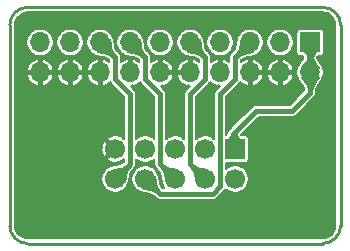
<source format=gbr>
G04 #@! TF.GenerationSoftware,KiCad,Pcbnew,(5.1.8)-1*
G04 #@! TF.CreationDate,2021-02-24T14:52:37-06:00*
G04 #@! TF.ProjectId,STLINK_Adapter,53544c49-4e4b-45f4-9164-61707465722e,rev?*
G04 #@! TF.SameCoordinates,Original*
G04 #@! TF.FileFunction,Copper,L1,Top*
G04 #@! TF.FilePolarity,Positive*
%FSLAX46Y46*%
G04 Gerber Fmt 4.6, Leading zero omitted, Abs format (unit mm)*
G04 Created by KiCad (PCBNEW (5.1.8)-1) date 2021-02-24 14:52:37*
%MOMM*%
%LPD*%
G01*
G04 APERTURE LIST*
G04 #@! TA.AperFunction,Profile*
%ADD10C,0.254000*%
G04 #@! TD*
G04 #@! TA.AperFunction,ComponentPad*
%ADD11C,1.700000*%
G04 #@! TD*
G04 #@! TA.AperFunction,ComponentPad*
%ADD12R,1.700000X1.700000*%
G04 #@! TD*
G04 #@! TA.AperFunction,ComponentPad*
%ADD13O,1.700000X1.700000*%
G04 #@! TD*
G04 #@! TA.AperFunction,ViaPad*
%ADD14C,0.600000*%
G04 #@! TD*
G04 #@! TA.AperFunction,Conductor*
%ADD15C,0.381000*%
G04 #@! TD*
G04 #@! TA.AperFunction,Conductor*
%ADD16C,0.127000*%
G04 #@! TD*
G04 #@! TA.AperFunction,Conductor*
%ADD17C,0.150000*%
G04 #@! TD*
G04 #@! TA.AperFunction,Conductor*
%ADD18C,0.025400*%
G04 #@! TD*
G04 APERTURE END LIST*
D10*
X112500000Y-90000000D02*
G75*
G02*
X114000000Y-91500000I0J-1500000D01*
G01*
X114000000Y-108500000D02*
G75*
G02*
X112500000Y-110000000I-1500000J0D01*
G01*
X87500000Y-110000000D02*
G75*
G02*
X86000000Y-108500000I0J1500000D01*
G01*
X87500000Y-110000000D02*
X112500000Y-110000000D01*
X114000000Y-91500000D02*
X114000000Y-108500000D01*
X86000000Y-91500000D02*
X86000000Y-108500000D01*
X86000000Y-91500000D02*
G75*
G02*
X87500000Y-90000000I1500000J0D01*
G01*
X87500000Y-90000000D02*
X112500000Y-90000000D01*
D11*
X94920000Y-104540000D03*
X94920000Y-102000000D03*
X97460000Y-104540000D03*
X97460000Y-102000000D03*
X100000000Y-104540000D03*
X100000000Y-102000000D03*
X102540000Y-104540000D03*
X102540000Y-102000000D03*
X105080000Y-104540000D03*
D12*
X105080000Y-102000000D03*
D13*
X88570000Y-95520000D03*
X88570000Y-92980000D03*
X91110000Y-95520000D03*
X91110000Y-92980000D03*
X93650000Y-95520000D03*
X93650000Y-92980000D03*
X96190000Y-95520000D03*
X96190000Y-92980000D03*
X98730000Y-95520000D03*
X98730000Y-92980000D03*
X101270000Y-95520000D03*
X101270000Y-92980000D03*
X103810000Y-95520000D03*
X103810000Y-92980000D03*
X106350000Y-95520000D03*
X106350000Y-92980000D03*
X108890000Y-95520000D03*
X108890000Y-92980000D03*
X111430000Y-95520000D03*
D12*
X111430000Y-92980000D03*
D14*
X87307500Y-91503572D03*
X87307500Y-97903572D03*
X87307500Y-104303572D03*
X89707500Y-108303572D03*
X90507500Y-101103572D03*
X92907500Y-105103572D03*
X93707500Y-97903572D03*
X96107500Y-108303572D03*
X97707500Y-100303572D03*
X100907500Y-106703572D03*
X102507500Y-97903572D03*
X105707500Y-108303572D03*
X107307500Y-100303572D03*
X108907500Y-105103572D03*
X112107500Y-98703572D03*
X112107500Y-108303572D03*
D15*
X94919800Y-94249800D02*
X93650000Y-92980000D01*
X94919800Y-96085742D02*
X94919800Y-94249800D01*
X96189800Y-97355742D02*
X94919800Y-96085742D01*
X96189800Y-103270200D02*
X96189800Y-97355742D01*
X94920000Y-104540000D02*
X96189800Y-103270200D01*
X97459800Y-94249800D02*
X96190000Y-92980000D01*
X97459800Y-96085742D02*
X97459800Y-94249800D01*
X98729800Y-97355742D02*
X97459800Y-96085742D01*
X98729800Y-103269800D02*
X98729800Y-97355742D01*
X100000000Y-104540000D02*
X98729800Y-103269800D01*
X102539800Y-94249800D02*
X101270000Y-92980000D01*
X102539800Y-96086142D02*
X102539800Y-94249800D01*
X101269800Y-97356142D02*
X102539800Y-96086142D01*
X101269800Y-103269800D02*
X101269800Y-97356142D01*
X102540000Y-104540000D02*
X101269800Y-103269800D01*
X105079800Y-94250200D02*
X106350000Y-92980000D01*
X105079800Y-96086142D02*
X105079800Y-94250200D01*
X103809800Y-97356142D02*
X105079800Y-96086142D01*
X103809800Y-105165140D02*
X103809800Y-97356142D01*
X103194439Y-105780501D02*
X103809800Y-105165140D01*
X98700501Y-105780501D02*
X103194439Y-105780501D01*
X97460000Y-104540000D02*
X98700501Y-105780501D01*
X111430000Y-97231000D02*
X111430000Y-95520000D01*
X109905800Y-98755200D02*
X111430000Y-97231000D01*
X106857800Y-98755200D02*
X109905800Y-98755200D01*
X105080000Y-100533000D02*
X106857800Y-98755200D01*
X105080000Y-102000000D02*
X105080000Y-100533000D01*
X111430000Y-95520000D02*
X111430000Y-92980000D01*
D16*
X112705383Y-90462750D02*
X112902941Y-90522397D01*
X113085147Y-90619278D01*
X113245072Y-90749709D01*
X113376613Y-90908716D01*
X113474768Y-91090248D01*
X113535791Y-91287381D01*
X113559500Y-91512965D01*
X113559501Y-108478443D01*
X113537250Y-108705383D01*
X113477604Y-108902939D01*
X113380722Y-109085147D01*
X113250291Y-109245072D01*
X113091284Y-109376613D01*
X112909753Y-109474767D01*
X112712619Y-109535791D01*
X112487035Y-109559500D01*
X87521547Y-109559500D01*
X87294617Y-109537250D01*
X87097061Y-109477604D01*
X86914853Y-109380722D01*
X86754928Y-109250291D01*
X86623387Y-109091284D01*
X86525233Y-108909753D01*
X86464209Y-108712619D01*
X86440500Y-108487035D01*
X86440500Y-102081273D01*
X93753698Y-102081273D01*
X93791964Y-102307246D01*
X93873580Y-102521412D01*
X93905102Y-102580386D01*
X94064163Y-102676232D01*
X94740395Y-102000000D01*
X94064163Y-101323768D01*
X93905102Y-101419614D01*
X93811376Y-101628763D01*
X93760253Y-101852178D01*
X93753698Y-102081273D01*
X86440500Y-102081273D01*
X86440500Y-95826361D01*
X87447552Y-95826361D01*
X87528888Y-96039453D01*
X87650233Y-96232583D01*
X87806924Y-96398329D01*
X87992940Y-96530321D01*
X88201132Y-96623487D01*
X88263640Y-96642442D01*
X88443000Y-96597668D01*
X88443000Y-95647000D01*
X88697000Y-95647000D01*
X88697000Y-96597668D01*
X88876360Y-96642442D01*
X88938868Y-96623487D01*
X89147060Y-96530321D01*
X89333076Y-96398329D01*
X89489767Y-96232583D01*
X89611112Y-96039453D01*
X89692448Y-95826361D01*
X89987552Y-95826361D01*
X90068888Y-96039453D01*
X90190233Y-96232583D01*
X90346924Y-96398329D01*
X90532940Y-96530321D01*
X90741132Y-96623487D01*
X90803640Y-96642442D01*
X90983000Y-96597668D01*
X90983000Y-95647000D01*
X91237000Y-95647000D01*
X91237000Y-96597668D01*
X91416360Y-96642442D01*
X91478868Y-96623487D01*
X91687060Y-96530321D01*
X91873076Y-96398329D01*
X92029767Y-96232583D01*
X92151112Y-96039453D01*
X92232448Y-95826361D01*
X92527552Y-95826361D01*
X92608888Y-96039453D01*
X92730233Y-96232583D01*
X92886924Y-96398329D01*
X93072940Y-96530321D01*
X93281132Y-96623487D01*
X93343640Y-96642442D01*
X93523000Y-96597668D01*
X93523000Y-95647000D01*
X92571821Y-95647000D01*
X92527552Y-95826361D01*
X92232448Y-95826361D01*
X92188179Y-95647000D01*
X91237000Y-95647000D01*
X90983000Y-95647000D01*
X90031821Y-95647000D01*
X89987552Y-95826361D01*
X89692448Y-95826361D01*
X89648179Y-95647000D01*
X88697000Y-95647000D01*
X88443000Y-95647000D01*
X87491821Y-95647000D01*
X87447552Y-95826361D01*
X86440500Y-95826361D01*
X86440500Y-95213639D01*
X87447552Y-95213639D01*
X87491821Y-95393000D01*
X88443000Y-95393000D01*
X88443000Y-94442332D01*
X88697000Y-94442332D01*
X88697000Y-95393000D01*
X89648179Y-95393000D01*
X89692448Y-95213639D01*
X89987552Y-95213639D01*
X90031821Y-95393000D01*
X90983000Y-95393000D01*
X90983000Y-94442332D01*
X91237000Y-94442332D01*
X91237000Y-95393000D01*
X92188179Y-95393000D01*
X92232448Y-95213639D01*
X92527552Y-95213639D01*
X92571821Y-95393000D01*
X93523000Y-95393000D01*
X93523000Y-94442332D01*
X93343640Y-94397558D01*
X93281132Y-94416513D01*
X93072940Y-94509679D01*
X92886924Y-94641671D01*
X92730233Y-94807417D01*
X92608888Y-95000547D01*
X92527552Y-95213639D01*
X92232448Y-95213639D01*
X92151112Y-95000547D01*
X92029767Y-94807417D01*
X91873076Y-94641671D01*
X91687060Y-94509679D01*
X91478868Y-94416513D01*
X91416360Y-94397558D01*
X91237000Y-94442332D01*
X90983000Y-94442332D01*
X90803640Y-94397558D01*
X90741132Y-94416513D01*
X90532940Y-94509679D01*
X90346924Y-94641671D01*
X90190233Y-94807417D01*
X90068888Y-95000547D01*
X89987552Y-95213639D01*
X89692448Y-95213639D01*
X89611112Y-95000547D01*
X89489767Y-94807417D01*
X89333076Y-94641671D01*
X89147060Y-94509679D01*
X88938868Y-94416513D01*
X88876360Y-94397558D01*
X88697000Y-94442332D01*
X88443000Y-94442332D01*
X88263640Y-94397558D01*
X88201132Y-94416513D01*
X87992940Y-94509679D01*
X87806924Y-94641671D01*
X87650233Y-94807417D01*
X87528888Y-95000547D01*
X87447552Y-95213639D01*
X86440500Y-95213639D01*
X86440500Y-92865405D01*
X87406500Y-92865405D01*
X87406500Y-93094595D01*
X87451212Y-93319381D01*
X87538919Y-93531124D01*
X87666250Y-93721688D01*
X87828312Y-93883750D01*
X88018876Y-94011081D01*
X88230619Y-94098788D01*
X88455405Y-94143500D01*
X88684595Y-94143500D01*
X88909381Y-94098788D01*
X89121124Y-94011081D01*
X89311688Y-93883750D01*
X89473750Y-93721688D01*
X89601081Y-93531124D01*
X89688788Y-93319381D01*
X89733500Y-93094595D01*
X89733500Y-92865405D01*
X89946500Y-92865405D01*
X89946500Y-93094595D01*
X89991212Y-93319381D01*
X90078919Y-93531124D01*
X90206250Y-93721688D01*
X90368312Y-93883750D01*
X90558876Y-94011081D01*
X90770619Y-94098788D01*
X90995405Y-94143500D01*
X91224595Y-94143500D01*
X91449381Y-94098788D01*
X91661124Y-94011081D01*
X91851688Y-93883750D01*
X92013750Y-93721688D01*
X92141081Y-93531124D01*
X92228788Y-93319381D01*
X92273500Y-93094595D01*
X92273500Y-92865405D01*
X92486500Y-92865405D01*
X92486500Y-93094595D01*
X92531212Y-93319381D01*
X92618919Y-93531124D01*
X92746250Y-93721688D01*
X92908312Y-93883750D01*
X93098876Y-94011081D01*
X93310619Y-94098788D01*
X93372937Y-94111184D01*
X93447452Y-94133852D01*
X93469593Y-94139713D01*
X93619756Y-94173646D01*
X93635846Y-94176842D01*
X93772273Y-94200248D01*
X93777691Y-94201128D01*
X93899714Y-94219870D01*
X94003622Y-94238866D01*
X94091984Y-94262190D01*
X94174531Y-94294599D01*
X94262779Y-94343640D01*
X94365882Y-94419477D01*
X94415801Y-94465160D01*
X94415801Y-94644553D01*
X94413076Y-94641671D01*
X94227060Y-94509679D01*
X94018868Y-94416513D01*
X93956360Y-94397558D01*
X93777000Y-94442332D01*
X93777000Y-95393000D01*
X93797000Y-95393000D01*
X93797000Y-95647000D01*
X93777000Y-95647000D01*
X93777000Y-96597668D01*
X93956360Y-96642442D01*
X94018868Y-96623487D01*
X94227060Y-96530321D01*
X94413076Y-96398329D01*
X94478444Y-96329184D01*
X94498712Y-96367104D01*
X94561694Y-96443848D01*
X94580927Y-96459632D01*
X95685801Y-97564507D01*
X95685800Y-101112836D01*
X95656678Y-101083714D01*
X95596231Y-101144161D01*
X95500386Y-100985102D01*
X95291237Y-100891376D01*
X95067822Y-100840253D01*
X94838727Y-100833698D01*
X94612754Y-100871964D01*
X94398588Y-100953580D01*
X94339614Y-100985102D01*
X94243768Y-101144163D01*
X94920000Y-101820395D01*
X94934143Y-101806253D01*
X95113748Y-101985858D01*
X95099605Y-102000000D01*
X95113748Y-102014143D01*
X94934143Y-102193748D01*
X94920000Y-102179605D01*
X94243768Y-102855837D01*
X94339614Y-103014898D01*
X94548763Y-103108624D01*
X94772178Y-103159747D01*
X95001273Y-103166302D01*
X95227246Y-103128036D01*
X95441412Y-103046420D01*
X95500386Y-103014898D01*
X95596231Y-102855839D01*
X95656678Y-102916286D01*
X95685800Y-102887164D01*
X95685800Y-103054839D01*
X95635877Y-103100525D01*
X95532779Y-103176359D01*
X95444531Y-103225400D01*
X95361984Y-103257809D01*
X95273622Y-103281133D01*
X95169714Y-103300129D01*
X95047691Y-103318871D01*
X95042273Y-103319751D01*
X94905846Y-103343157D01*
X94889756Y-103346353D01*
X94739593Y-103380286D01*
X94717451Y-103386148D01*
X94642938Y-103408816D01*
X94580619Y-103421212D01*
X94368876Y-103508919D01*
X94178312Y-103636250D01*
X94016250Y-103798312D01*
X93888919Y-103988876D01*
X93801212Y-104200619D01*
X93756500Y-104425405D01*
X93756500Y-104654595D01*
X93801212Y-104879381D01*
X93888919Y-105091124D01*
X94016250Y-105281688D01*
X94178312Y-105443750D01*
X94368876Y-105571081D01*
X94580619Y-105658788D01*
X94805405Y-105703500D01*
X95034595Y-105703500D01*
X95259381Y-105658788D01*
X95471124Y-105571081D01*
X95661688Y-105443750D01*
X95823750Y-105281688D01*
X95951081Y-105091124D01*
X96038788Y-104879381D01*
X96051184Y-104817059D01*
X96073852Y-104742546D01*
X96079713Y-104720406D01*
X96113646Y-104570243D01*
X96116842Y-104554153D01*
X96140248Y-104417726D01*
X96141128Y-104412308D01*
X96159870Y-104290285D01*
X96178866Y-104186377D01*
X96202190Y-104098015D01*
X96234599Y-104015468D01*
X96283640Y-103927220D01*
X96359477Y-103824117D01*
X96476294Y-103696470D01*
X96528678Y-103644086D01*
X96547906Y-103628306D01*
X96610888Y-103551562D01*
X96657688Y-103464005D01*
X96686507Y-103369001D01*
X96693800Y-103294954D01*
X96693800Y-103294952D01*
X96696238Y-103270201D01*
X96693800Y-103245450D01*
X96693800Y-102879238D01*
X96718312Y-102903750D01*
X96908876Y-103031081D01*
X97120619Y-103118788D01*
X97345405Y-103163500D01*
X97574595Y-103163500D01*
X97799381Y-103118788D01*
X98011124Y-103031081D01*
X98201688Y-102903750D01*
X98225800Y-102879638D01*
X98225800Y-103245046D01*
X98223362Y-103269800D01*
X98233093Y-103368601D01*
X98233215Y-103369002D01*
X98261912Y-103463604D01*
X98308712Y-103551162D01*
X98371694Y-103627906D01*
X98390927Y-103643690D01*
X98443696Y-103696459D01*
X98560522Y-103824117D01*
X98636359Y-103927220D01*
X98685400Y-104015468D01*
X98717809Y-104098015D01*
X98741133Y-104186377D01*
X98760129Y-104290285D01*
X98778871Y-104412308D01*
X98779751Y-104417726D01*
X98803157Y-104554153D01*
X98806353Y-104570243D01*
X98840286Y-104720406D01*
X98846148Y-104742548D01*
X98868816Y-104817060D01*
X98881212Y-104879381D01*
X98968919Y-105091124D01*
X99092784Y-105276501D01*
X98918346Y-105276501D01*
X98899477Y-105255882D01*
X98823640Y-105152779D01*
X98774599Y-105064531D01*
X98742190Y-104981984D01*
X98718866Y-104893622D01*
X98699870Y-104789714D01*
X98681128Y-104667691D01*
X98680248Y-104662273D01*
X98656842Y-104525846D01*
X98653646Y-104509756D01*
X98619713Y-104359593D01*
X98613852Y-104337452D01*
X98591184Y-104262937D01*
X98578788Y-104200619D01*
X98491081Y-103988876D01*
X98363750Y-103798312D01*
X98201688Y-103636250D01*
X98011124Y-103508919D01*
X97799381Y-103421212D01*
X97574595Y-103376500D01*
X97345405Y-103376500D01*
X97120619Y-103421212D01*
X96908876Y-103508919D01*
X96718312Y-103636250D01*
X96556250Y-103798312D01*
X96428919Y-103988876D01*
X96341212Y-104200619D01*
X96296500Y-104425405D01*
X96296500Y-104654595D01*
X96341212Y-104879381D01*
X96428919Y-105091124D01*
X96556250Y-105281688D01*
X96718312Y-105443750D01*
X96908876Y-105571081D01*
X97120619Y-105658788D01*
X97182937Y-105671184D01*
X97257452Y-105693852D01*
X97279593Y-105699713D01*
X97429756Y-105733646D01*
X97445846Y-105736842D01*
X97582273Y-105760248D01*
X97587691Y-105761128D01*
X97709714Y-105779870D01*
X97813622Y-105798866D01*
X97901984Y-105822190D01*
X97984531Y-105854599D01*
X98072779Y-105903640D01*
X98175882Y-105979477D01*
X98303531Y-106096295D01*
X98326615Y-106119379D01*
X98342395Y-106138607D01*
X98419139Y-106201589D01*
X98506696Y-106248389D01*
X98601700Y-106277208D01*
X98675747Y-106284501D01*
X98675749Y-106284501D01*
X98700500Y-106286939D01*
X98725251Y-106284501D01*
X103169685Y-106284501D01*
X103194439Y-106286939D01*
X103293240Y-106277208D01*
X103293243Y-106277207D01*
X103388244Y-106248389D01*
X103475801Y-106201589D01*
X103552545Y-106138607D01*
X103568329Y-106119374D01*
X104148678Y-105539026D01*
X104167906Y-105523246D01*
X104230888Y-105446502D01*
X104269265Y-105374703D01*
X104338312Y-105443750D01*
X104528876Y-105571081D01*
X104740619Y-105658788D01*
X104965405Y-105703500D01*
X105194595Y-105703500D01*
X105419381Y-105658788D01*
X105631124Y-105571081D01*
X105821688Y-105443750D01*
X105983750Y-105281688D01*
X106111081Y-105091124D01*
X106198788Y-104879381D01*
X106243500Y-104654595D01*
X106243500Y-104425405D01*
X106198788Y-104200619D01*
X106111081Y-103988876D01*
X105983750Y-103798312D01*
X105821688Y-103636250D01*
X105631124Y-103508919D01*
X105419381Y-103421212D01*
X105194595Y-103376500D01*
X104965405Y-103376500D01*
X104740619Y-103421212D01*
X104528876Y-103508919D01*
X104338312Y-103636250D01*
X104313800Y-103660762D01*
X104313800Y-103165016D01*
X105930000Y-103165016D01*
X105991457Y-103158963D01*
X106050551Y-103141037D01*
X106105014Y-103111926D01*
X106152750Y-103072750D01*
X106191926Y-103025014D01*
X106221037Y-102970551D01*
X106238963Y-102911457D01*
X106245016Y-102850000D01*
X106245016Y-101150000D01*
X106238963Y-101088543D01*
X106221037Y-101029449D01*
X106191926Y-100974986D01*
X106152750Y-100927250D01*
X106105014Y-100888074D01*
X106050551Y-100858963D01*
X105991457Y-100841037D01*
X105930000Y-100834984D01*
X105596035Y-100834984D01*
X105584000Y-100818474D01*
X105584000Y-100749508D01*
X105613829Y-100711934D01*
X107066564Y-99259200D01*
X109881046Y-99259200D01*
X109905800Y-99261638D01*
X110004601Y-99251907D01*
X110099605Y-99223088D01*
X110187162Y-99176288D01*
X110263906Y-99113306D01*
X110279690Y-99094073D01*
X111768878Y-97604886D01*
X111788106Y-97589106D01*
X111851088Y-97512362D01*
X111897888Y-97424805D01*
X111926707Y-97329801D01*
X111934000Y-97255754D01*
X111934000Y-97255752D01*
X111936438Y-97231001D01*
X111934327Y-97209568D01*
X111941659Y-97044064D01*
X111960937Y-96917548D01*
X111988665Y-96820454D01*
X112024110Y-96739183D01*
X112070106Y-96660197D01*
X112130140Y-96573303D01*
X112203176Y-96473760D01*
X112206384Y-96469307D01*
X112286302Y-96356288D01*
X112295420Y-96342650D01*
X112377607Y-96212474D01*
X112389118Y-96192675D01*
X112425779Y-96123958D01*
X112461081Y-96071124D01*
X112548788Y-95859381D01*
X112593500Y-95634595D01*
X112593500Y-95405405D01*
X112548788Y-95180619D01*
X112461081Y-94968876D01*
X112425777Y-94916040D01*
X112389118Y-94847325D01*
X112377607Y-94827525D01*
X112295420Y-94697349D01*
X112286302Y-94683711D01*
X112206384Y-94570692D01*
X112203176Y-94566239D01*
X112130140Y-94466696D01*
X112070106Y-94379802D01*
X112024110Y-94300816D01*
X112001947Y-94250000D01*
X112024110Y-94199183D01*
X112055653Y-94145016D01*
X112280000Y-94145016D01*
X112341457Y-94138963D01*
X112400551Y-94121037D01*
X112455014Y-94091926D01*
X112502750Y-94052750D01*
X112541926Y-94005014D01*
X112571037Y-93950551D01*
X112588963Y-93891457D01*
X112595016Y-93830000D01*
X112595016Y-92130000D01*
X112588963Y-92068543D01*
X112571037Y-92009449D01*
X112541926Y-91954986D01*
X112502750Y-91907250D01*
X112455014Y-91868074D01*
X112400551Y-91838963D01*
X112341457Y-91821037D01*
X112280000Y-91814984D01*
X110580000Y-91814984D01*
X110518543Y-91821037D01*
X110459449Y-91838963D01*
X110404986Y-91868074D01*
X110357250Y-91907250D01*
X110318074Y-91954986D01*
X110288963Y-92009449D01*
X110271037Y-92068543D01*
X110264984Y-92130000D01*
X110264984Y-93830000D01*
X110271037Y-93891457D01*
X110288963Y-93950551D01*
X110318074Y-94005014D01*
X110357250Y-94052750D01*
X110404986Y-94091926D01*
X110459449Y-94121037D01*
X110518543Y-94138963D01*
X110580000Y-94145016D01*
X110804346Y-94145016D01*
X110835889Y-94199183D01*
X110858052Y-94250000D01*
X110835889Y-94300816D01*
X110789893Y-94379802D01*
X110729859Y-94466696D01*
X110656823Y-94566239D01*
X110653615Y-94570692D01*
X110573697Y-94683711D01*
X110564579Y-94697349D01*
X110482392Y-94827525D01*
X110470880Y-94847326D01*
X110434218Y-94916048D01*
X110398919Y-94968876D01*
X110311212Y-95180619D01*
X110266500Y-95405405D01*
X110266500Y-95634595D01*
X110311212Y-95859381D01*
X110398919Y-96071124D01*
X110434221Y-96123958D01*
X110470881Y-96192674D01*
X110482392Y-96212474D01*
X110564579Y-96342650D01*
X110573697Y-96356288D01*
X110653615Y-96469307D01*
X110656823Y-96473760D01*
X110729859Y-96573303D01*
X110789893Y-96660197D01*
X110835889Y-96739183D01*
X110871334Y-96820454D01*
X110899062Y-96917548D01*
X110916467Y-97031769D01*
X109697037Y-98251200D01*
X106882554Y-98251200D01*
X106857800Y-98248762D01*
X106758998Y-98258493D01*
X106730179Y-98267235D01*
X106663995Y-98287312D01*
X106576438Y-98334112D01*
X106499694Y-98397094D01*
X106483914Y-98416322D01*
X104741123Y-100159114D01*
X104721895Y-100174894D01*
X104706115Y-100194122D01*
X104658913Y-100251638D01*
X104642787Y-100281808D01*
X104598141Y-100335147D01*
X104583517Y-100354037D01*
X104490462Y-100484192D01*
X104476068Y-100506225D01*
X104403247Y-100628618D01*
X104391363Y-100650529D01*
X104332605Y-100769968D01*
X104324803Y-100787108D01*
X104313800Y-100813344D01*
X104313800Y-97564905D01*
X105418678Y-96460028D01*
X105437906Y-96444248D01*
X105500888Y-96367504D01*
X105521438Y-96329058D01*
X105586924Y-96398329D01*
X105772940Y-96530321D01*
X105981132Y-96623487D01*
X106043640Y-96642442D01*
X106223000Y-96597668D01*
X106223000Y-95647000D01*
X106477000Y-95647000D01*
X106477000Y-96597668D01*
X106656360Y-96642442D01*
X106718868Y-96623487D01*
X106927060Y-96530321D01*
X107113076Y-96398329D01*
X107269767Y-96232583D01*
X107391112Y-96039453D01*
X107472448Y-95826361D01*
X107767552Y-95826361D01*
X107848888Y-96039453D01*
X107970233Y-96232583D01*
X108126924Y-96398329D01*
X108312940Y-96530321D01*
X108521132Y-96623487D01*
X108583640Y-96642442D01*
X108763000Y-96597668D01*
X108763000Y-95647000D01*
X109017000Y-95647000D01*
X109017000Y-96597668D01*
X109196360Y-96642442D01*
X109258868Y-96623487D01*
X109467060Y-96530321D01*
X109653076Y-96398329D01*
X109809767Y-96232583D01*
X109931112Y-96039453D01*
X110012448Y-95826361D01*
X109968179Y-95647000D01*
X109017000Y-95647000D01*
X108763000Y-95647000D01*
X107811821Y-95647000D01*
X107767552Y-95826361D01*
X107472448Y-95826361D01*
X107428179Y-95647000D01*
X106477000Y-95647000D01*
X106223000Y-95647000D01*
X106203000Y-95647000D01*
X106203000Y-95393000D01*
X106223000Y-95393000D01*
X106223000Y-94442332D01*
X106477000Y-94442332D01*
X106477000Y-95393000D01*
X107428179Y-95393000D01*
X107472448Y-95213639D01*
X107767552Y-95213639D01*
X107811821Y-95393000D01*
X108763000Y-95393000D01*
X108763000Y-94442332D01*
X109017000Y-94442332D01*
X109017000Y-95393000D01*
X109968179Y-95393000D01*
X110012448Y-95213639D01*
X109931112Y-95000547D01*
X109809767Y-94807417D01*
X109653076Y-94641671D01*
X109467060Y-94509679D01*
X109258868Y-94416513D01*
X109196360Y-94397558D01*
X109017000Y-94442332D01*
X108763000Y-94442332D01*
X108583640Y-94397558D01*
X108521132Y-94416513D01*
X108312940Y-94509679D01*
X108126924Y-94641671D01*
X107970233Y-94807417D01*
X107848888Y-95000547D01*
X107767552Y-95213639D01*
X107472448Y-95213639D01*
X107391112Y-95000547D01*
X107269767Y-94807417D01*
X107113076Y-94641671D01*
X106927060Y-94509679D01*
X106718868Y-94416513D01*
X106656360Y-94397558D01*
X106477000Y-94442332D01*
X106223000Y-94442332D01*
X106043640Y-94397558D01*
X105981132Y-94416513D01*
X105772940Y-94509679D01*
X105586924Y-94641671D01*
X105583800Y-94644976D01*
X105583800Y-94465525D01*
X105634117Y-94419477D01*
X105737220Y-94343640D01*
X105825468Y-94294599D01*
X105908015Y-94262190D01*
X105996377Y-94238866D01*
X106100285Y-94219870D01*
X106222308Y-94201128D01*
X106227726Y-94200248D01*
X106364153Y-94176842D01*
X106380243Y-94173646D01*
X106530406Y-94139713D01*
X106552546Y-94133852D01*
X106627059Y-94111184D01*
X106689381Y-94098788D01*
X106901124Y-94011081D01*
X107091688Y-93883750D01*
X107253750Y-93721688D01*
X107381081Y-93531124D01*
X107468788Y-93319381D01*
X107513500Y-93094595D01*
X107513500Y-92865405D01*
X107726500Y-92865405D01*
X107726500Y-93094595D01*
X107771212Y-93319381D01*
X107858919Y-93531124D01*
X107986250Y-93721688D01*
X108148312Y-93883750D01*
X108338876Y-94011081D01*
X108550619Y-94098788D01*
X108775405Y-94143500D01*
X109004595Y-94143500D01*
X109229381Y-94098788D01*
X109441124Y-94011081D01*
X109631688Y-93883750D01*
X109793750Y-93721688D01*
X109921081Y-93531124D01*
X110008788Y-93319381D01*
X110053500Y-93094595D01*
X110053500Y-92865405D01*
X110008788Y-92640619D01*
X109921081Y-92428876D01*
X109793750Y-92238312D01*
X109631688Y-92076250D01*
X109441124Y-91948919D01*
X109229381Y-91861212D01*
X109004595Y-91816500D01*
X108775405Y-91816500D01*
X108550619Y-91861212D01*
X108338876Y-91948919D01*
X108148312Y-92076250D01*
X107986250Y-92238312D01*
X107858919Y-92428876D01*
X107771212Y-92640619D01*
X107726500Y-92865405D01*
X107513500Y-92865405D01*
X107468788Y-92640619D01*
X107381081Y-92428876D01*
X107253750Y-92238312D01*
X107091688Y-92076250D01*
X106901124Y-91948919D01*
X106689381Y-91861212D01*
X106464595Y-91816500D01*
X106235405Y-91816500D01*
X106010619Y-91861212D01*
X105798876Y-91948919D01*
X105608312Y-92076250D01*
X105446250Y-92238312D01*
X105318919Y-92428876D01*
X105231212Y-92640619D01*
X105218816Y-92702938D01*
X105196148Y-92777451D01*
X105190286Y-92799593D01*
X105156353Y-92949756D01*
X105153157Y-92965846D01*
X105129751Y-93102273D01*
X105128871Y-93107691D01*
X105110129Y-93229714D01*
X105091133Y-93333622D01*
X105067809Y-93421984D01*
X105035400Y-93504531D01*
X104986359Y-93592779D01*
X104910525Y-93695877D01*
X104793683Y-93823554D01*
X104740923Y-93876314D01*
X104721695Y-93892094D01*
X104705915Y-93911322D01*
X104658713Y-93968838D01*
X104611913Y-94056395D01*
X104583093Y-94151399D01*
X104573362Y-94250200D01*
X104575801Y-94274963D01*
X104575801Y-94644553D01*
X104573076Y-94641671D01*
X104387060Y-94509679D01*
X104178868Y-94416513D01*
X104116360Y-94397558D01*
X103937000Y-94442332D01*
X103937000Y-95393000D01*
X103957000Y-95393000D01*
X103957000Y-95647000D01*
X103937000Y-95647000D01*
X103937000Y-95667000D01*
X103683000Y-95667000D01*
X103683000Y-95647000D01*
X103663000Y-95647000D01*
X103663000Y-95393000D01*
X103683000Y-95393000D01*
X103683000Y-94442332D01*
X103503640Y-94397558D01*
X103441132Y-94416513D01*
X103232940Y-94509679D01*
X103046924Y-94641671D01*
X103043800Y-94644976D01*
X103043800Y-94274550D01*
X103046238Y-94249799D01*
X103041444Y-94201128D01*
X103036507Y-94150999D01*
X103007688Y-94055995D01*
X102960888Y-93968438D01*
X102897906Y-93891694D01*
X102878678Y-93875914D01*
X102826295Y-93823531D01*
X102709477Y-93695882D01*
X102633640Y-93592779D01*
X102584599Y-93504531D01*
X102552190Y-93421984D01*
X102528866Y-93333622D01*
X102509870Y-93229714D01*
X102491128Y-93107691D01*
X102490248Y-93102273D01*
X102466842Y-92965846D01*
X102463646Y-92949756D01*
X102444585Y-92865405D01*
X102646500Y-92865405D01*
X102646500Y-93094595D01*
X102691212Y-93319381D01*
X102778919Y-93531124D01*
X102906250Y-93721688D01*
X103068312Y-93883750D01*
X103258876Y-94011081D01*
X103470619Y-94098788D01*
X103695405Y-94143500D01*
X103924595Y-94143500D01*
X104149381Y-94098788D01*
X104361124Y-94011081D01*
X104551688Y-93883750D01*
X104713750Y-93721688D01*
X104841081Y-93531124D01*
X104928788Y-93319381D01*
X104973500Y-93094595D01*
X104973500Y-92865405D01*
X104928788Y-92640619D01*
X104841081Y-92428876D01*
X104713750Y-92238312D01*
X104551688Y-92076250D01*
X104361124Y-91948919D01*
X104149381Y-91861212D01*
X103924595Y-91816500D01*
X103695405Y-91816500D01*
X103470619Y-91861212D01*
X103258876Y-91948919D01*
X103068312Y-92076250D01*
X102906250Y-92238312D01*
X102778919Y-92428876D01*
X102691212Y-92640619D01*
X102646500Y-92865405D01*
X102444585Y-92865405D01*
X102429713Y-92799593D01*
X102423852Y-92777452D01*
X102401184Y-92702937D01*
X102388788Y-92640619D01*
X102301081Y-92428876D01*
X102173750Y-92238312D01*
X102011688Y-92076250D01*
X101821124Y-91948919D01*
X101609381Y-91861212D01*
X101384595Y-91816500D01*
X101155405Y-91816500D01*
X100930619Y-91861212D01*
X100718876Y-91948919D01*
X100528312Y-92076250D01*
X100366250Y-92238312D01*
X100238919Y-92428876D01*
X100151212Y-92640619D01*
X100106500Y-92865405D01*
X100106500Y-93094595D01*
X100151212Y-93319381D01*
X100238919Y-93531124D01*
X100366250Y-93721688D01*
X100528312Y-93883750D01*
X100718876Y-94011081D01*
X100930619Y-94098788D01*
X100992937Y-94111184D01*
X101067452Y-94133852D01*
X101089593Y-94139713D01*
X101239756Y-94173646D01*
X101255846Y-94176842D01*
X101392273Y-94200248D01*
X101397691Y-94201128D01*
X101519714Y-94219870D01*
X101623622Y-94238866D01*
X101711984Y-94262190D01*
X101794531Y-94294599D01*
X101882779Y-94343640D01*
X101985882Y-94419477D01*
X102035801Y-94465160D01*
X102035801Y-94644553D01*
X102033076Y-94641671D01*
X101847060Y-94509679D01*
X101638868Y-94416513D01*
X101576360Y-94397558D01*
X101397000Y-94442332D01*
X101397000Y-95393000D01*
X101417000Y-95393000D01*
X101417000Y-95647000D01*
X101397000Y-95647000D01*
X101397000Y-95667000D01*
X101143000Y-95667000D01*
X101143000Y-95647000D01*
X100191821Y-95647000D01*
X100147552Y-95826361D01*
X100228888Y-96039453D01*
X100350233Y-96232583D01*
X100506924Y-96398329D01*
X100692940Y-96530321D01*
X100901132Y-96623487D01*
X100963640Y-96642442D01*
X101142998Y-96597668D01*
X101142998Y-96683500D01*
X101229679Y-96683500D01*
X100930923Y-96982256D01*
X100911695Y-96998036D01*
X100895915Y-97017264D01*
X100848713Y-97074780D01*
X100801913Y-97162337D01*
X100773093Y-97257341D01*
X100763362Y-97356142D01*
X100765801Y-97380906D01*
X100765800Y-101112836D01*
X100736678Y-101083714D01*
X100676231Y-101144161D01*
X100580386Y-100985102D01*
X100371237Y-100891376D01*
X100147822Y-100840253D01*
X99918727Y-100833698D01*
X99692754Y-100871964D01*
X99478588Y-100953580D01*
X99419614Y-100985102D01*
X99323769Y-101144161D01*
X99263322Y-101083714D01*
X99233800Y-101113236D01*
X99233800Y-97380492D01*
X99236238Y-97355741D01*
X99233683Y-97329800D01*
X99226507Y-97256941D01*
X99197688Y-97161937D01*
X99150888Y-97074380D01*
X99087906Y-96997636D01*
X99068678Y-96981856D01*
X98770322Y-96683500D01*
X98857002Y-96683500D01*
X98857002Y-96597668D01*
X99036360Y-96642442D01*
X99098868Y-96623487D01*
X99307060Y-96530321D01*
X99493076Y-96398329D01*
X99649767Y-96232583D01*
X99771112Y-96039453D01*
X99852448Y-95826361D01*
X99808179Y-95647000D01*
X98857000Y-95647000D01*
X98857000Y-95667000D01*
X98603000Y-95667000D01*
X98603000Y-95647000D01*
X98583000Y-95647000D01*
X98583000Y-95393000D01*
X98603000Y-95393000D01*
X98603000Y-94442332D01*
X98857000Y-94442332D01*
X98857000Y-95393000D01*
X99808179Y-95393000D01*
X99852448Y-95213639D01*
X100147552Y-95213639D01*
X100191821Y-95393000D01*
X101143000Y-95393000D01*
X101143000Y-94442332D01*
X100963640Y-94397558D01*
X100901132Y-94416513D01*
X100692940Y-94509679D01*
X100506924Y-94641671D01*
X100350233Y-94807417D01*
X100228888Y-95000547D01*
X100147552Y-95213639D01*
X99852448Y-95213639D01*
X99771112Y-95000547D01*
X99649767Y-94807417D01*
X99493076Y-94641671D01*
X99307060Y-94509679D01*
X99098868Y-94416513D01*
X99036360Y-94397558D01*
X98857000Y-94442332D01*
X98603000Y-94442332D01*
X98423640Y-94397558D01*
X98361132Y-94416513D01*
X98152940Y-94509679D01*
X97966924Y-94641671D01*
X97963800Y-94644976D01*
X97963800Y-94274550D01*
X97966238Y-94249799D01*
X97961444Y-94201128D01*
X97956507Y-94150999D01*
X97927688Y-94055995D01*
X97880888Y-93968438D01*
X97817906Y-93891694D01*
X97798678Y-93875914D01*
X97746295Y-93823531D01*
X97629477Y-93695882D01*
X97553640Y-93592779D01*
X97504599Y-93504531D01*
X97472190Y-93421984D01*
X97448866Y-93333622D01*
X97429870Y-93229714D01*
X97411128Y-93107691D01*
X97410248Y-93102273D01*
X97386842Y-92965846D01*
X97383646Y-92949756D01*
X97364585Y-92865405D01*
X97566500Y-92865405D01*
X97566500Y-93094595D01*
X97611212Y-93319381D01*
X97698919Y-93531124D01*
X97826250Y-93721688D01*
X97988312Y-93883750D01*
X98178876Y-94011081D01*
X98390619Y-94098788D01*
X98615405Y-94143500D01*
X98844595Y-94143500D01*
X99069381Y-94098788D01*
X99281124Y-94011081D01*
X99471688Y-93883750D01*
X99633750Y-93721688D01*
X99761081Y-93531124D01*
X99848788Y-93319381D01*
X99893500Y-93094595D01*
X99893500Y-92865405D01*
X99848788Y-92640619D01*
X99761081Y-92428876D01*
X99633750Y-92238312D01*
X99471688Y-92076250D01*
X99281124Y-91948919D01*
X99069381Y-91861212D01*
X98844595Y-91816500D01*
X98615405Y-91816500D01*
X98390619Y-91861212D01*
X98178876Y-91948919D01*
X97988312Y-92076250D01*
X97826250Y-92238312D01*
X97698919Y-92428876D01*
X97611212Y-92640619D01*
X97566500Y-92865405D01*
X97364585Y-92865405D01*
X97349713Y-92799593D01*
X97343852Y-92777452D01*
X97321184Y-92702937D01*
X97308788Y-92640619D01*
X97221081Y-92428876D01*
X97093750Y-92238312D01*
X96931688Y-92076250D01*
X96741124Y-91948919D01*
X96529381Y-91861212D01*
X96304595Y-91816500D01*
X96075405Y-91816500D01*
X95850619Y-91861212D01*
X95638876Y-91948919D01*
X95448312Y-92076250D01*
X95286250Y-92238312D01*
X95158919Y-92428876D01*
X95071212Y-92640619D01*
X95026500Y-92865405D01*
X95026500Y-93094595D01*
X95071212Y-93319381D01*
X95158919Y-93531124D01*
X95286250Y-93721688D01*
X95448312Y-93883750D01*
X95638876Y-94011081D01*
X95850619Y-94098788D01*
X95912937Y-94111184D01*
X95987452Y-94133852D01*
X96009593Y-94139713D01*
X96159756Y-94173646D01*
X96175846Y-94176842D01*
X96312273Y-94200248D01*
X96317691Y-94201128D01*
X96439714Y-94219870D01*
X96543622Y-94238866D01*
X96631984Y-94262190D01*
X96714531Y-94294599D01*
X96802779Y-94343640D01*
X96905882Y-94419477D01*
X96955801Y-94465160D01*
X96955801Y-94644553D01*
X96953076Y-94641671D01*
X96767060Y-94509679D01*
X96558868Y-94416513D01*
X96496360Y-94397558D01*
X96317000Y-94442332D01*
X96317000Y-95393000D01*
X96337000Y-95393000D01*
X96337000Y-95647000D01*
X96317000Y-95647000D01*
X96317000Y-95667000D01*
X96063000Y-95667000D01*
X96063000Y-95647000D01*
X96043000Y-95647000D01*
X96043000Y-95393000D01*
X96063000Y-95393000D01*
X96063000Y-94442332D01*
X95883640Y-94397558D01*
X95821132Y-94416513D01*
X95612940Y-94509679D01*
X95426924Y-94641671D01*
X95423800Y-94644976D01*
X95423800Y-94274550D01*
X95426238Y-94249799D01*
X95421444Y-94201128D01*
X95416507Y-94150999D01*
X95387688Y-94055995D01*
X95340888Y-93968438D01*
X95277906Y-93891694D01*
X95258678Y-93875914D01*
X95206295Y-93823531D01*
X95089477Y-93695882D01*
X95013640Y-93592779D01*
X94964599Y-93504531D01*
X94932190Y-93421984D01*
X94908866Y-93333622D01*
X94889870Y-93229714D01*
X94871128Y-93107691D01*
X94870248Y-93102273D01*
X94846842Y-92965846D01*
X94843646Y-92949756D01*
X94809713Y-92799593D01*
X94803852Y-92777452D01*
X94781184Y-92702937D01*
X94768788Y-92640619D01*
X94681081Y-92428876D01*
X94553750Y-92238312D01*
X94391688Y-92076250D01*
X94201124Y-91948919D01*
X93989381Y-91861212D01*
X93764595Y-91816500D01*
X93535405Y-91816500D01*
X93310619Y-91861212D01*
X93098876Y-91948919D01*
X92908312Y-92076250D01*
X92746250Y-92238312D01*
X92618919Y-92428876D01*
X92531212Y-92640619D01*
X92486500Y-92865405D01*
X92273500Y-92865405D01*
X92228788Y-92640619D01*
X92141081Y-92428876D01*
X92013750Y-92238312D01*
X91851688Y-92076250D01*
X91661124Y-91948919D01*
X91449381Y-91861212D01*
X91224595Y-91816500D01*
X90995405Y-91816500D01*
X90770619Y-91861212D01*
X90558876Y-91948919D01*
X90368312Y-92076250D01*
X90206250Y-92238312D01*
X90078919Y-92428876D01*
X89991212Y-92640619D01*
X89946500Y-92865405D01*
X89733500Y-92865405D01*
X89688788Y-92640619D01*
X89601081Y-92428876D01*
X89473750Y-92238312D01*
X89311688Y-92076250D01*
X89121124Y-91948919D01*
X88909381Y-91861212D01*
X88684595Y-91816500D01*
X88455405Y-91816500D01*
X88230619Y-91861212D01*
X88018876Y-91948919D01*
X87828312Y-92076250D01*
X87666250Y-92238312D01*
X87538919Y-92428876D01*
X87451212Y-92640619D01*
X87406500Y-92865405D01*
X86440500Y-92865405D01*
X86440500Y-91521547D01*
X86462750Y-91294617D01*
X86522397Y-91097059D01*
X86619278Y-90914853D01*
X86749709Y-90754928D01*
X86908716Y-90623387D01*
X87090248Y-90525232D01*
X87287381Y-90464209D01*
X87512965Y-90440500D01*
X112478453Y-90440500D01*
X112705383Y-90462750D01*
G04 #@! TA.AperFunction,Conductor*
D17*
G36*
X112705383Y-90462750D02*
G01*
X112902941Y-90522397D01*
X113085147Y-90619278D01*
X113245072Y-90749709D01*
X113376613Y-90908716D01*
X113474768Y-91090248D01*
X113535791Y-91287381D01*
X113559500Y-91512965D01*
X113559501Y-108478443D01*
X113537250Y-108705383D01*
X113477604Y-108902939D01*
X113380722Y-109085147D01*
X113250291Y-109245072D01*
X113091284Y-109376613D01*
X112909753Y-109474767D01*
X112712619Y-109535791D01*
X112487035Y-109559500D01*
X87521547Y-109559500D01*
X87294617Y-109537250D01*
X87097061Y-109477604D01*
X86914853Y-109380722D01*
X86754928Y-109250291D01*
X86623387Y-109091284D01*
X86525233Y-108909753D01*
X86464209Y-108712619D01*
X86440500Y-108487035D01*
X86440500Y-102081273D01*
X93753698Y-102081273D01*
X93791964Y-102307246D01*
X93873580Y-102521412D01*
X93905102Y-102580386D01*
X94064163Y-102676232D01*
X94740395Y-102000000D01*
X94064163Y-101323768D01*
X93905102Y-101419614D01*
X93811376Y-101628763D01*
X93760253Y-101852178D01*
X93753698Y-102081273D01*
X86440500Y-102081273D01*
X86440500Y-95826361D01*
X87447552Y-95826361D01*
X87528888Y-96039453D01*
X87650233Y-96232583D01*
X87806924Y-96398329D01*
X87992940Y-96530321D01*
X88201132Y-96623487D01*
X88263640Y-96642442D01*
X88443000Y-96597668D01*
X88443000Y-95647000D01*
X88697000Y-95647000D01*
X88697000Y-96597668D01*
X88876360Y-96642442D01*
X88938868Y-96623487D01*
X89147060Y-96530321D01*
X89333076Y-96398329D01*
X89489767Y-96232583D01*
X89611112Y-96039453D01*
X89692448Y-95826361D01*
X89987552Y-95826361D01*
X90068888Y-96039453D01*
X90190233Y-96232583D01*
X90346924Y-96398329D01*
X90532940Y-96530321D01*
X90741132Y-96623487D01*
X90803640Y-96642442D01*
X90983000Y-96597668D01*
X90983000Y-95647000D01*
X91237000Y-95647000D01*
X91237000Y-96597668D01*
X91416360Y-96642442D01*
X91478868Y-96623487D01*
X91687060Y-96530321D01*
X91873076Y-96398329D01*
X92029767Y-96232583D01*
X92151112Y-96039453D01*
X92232448Y-95826361D01*
X92527552Y-95826361D01*
X92608888Y-96039453D01*
X92730233Y-96232583D01*
X92886924Y-96398329D01*
X93072940Y-96530321D01*
X93281132Y-96623487D01*
X93343640Y-96642442D01*
X93523000Y-96597668D01*
X93523000Y-95647000D01*
X92571821Y-95647000D01*
X92527552Y-95826361D01*
X92232448Y-95826361D01*
X92188179Y-95647000D01*
X91237000Y-95647000D01*
X90983000Y-95647000D01*
X90031821Y-95647000D01*
X89987552Y-95826361D01*
X89692448Y-95826361D01*
X89648179Y-95647000D01*
X88697000Y-95647000D01*
X88443000Y-95647000D01*
X87491821Y-95647000D01*
X87447552Y-95826361D01*
X86440500Y-95826361D01*
X86440500Y-95213639D01*
X87447552Y-95213639D01*
X87491821Y-95393000D01*
X88443000Y-95393000D01*
X88443000Y-94442332D01*
X88697000Y-94442332D01*
X88697000Y-95393000D01*
X89648179Y-95393000D01*
X89692448Y-95213639D01*
X89987552Y-95213639D01*
X90031821Y-95393000D01*
X90983000Y-95393000D01*
X90983000Y-94442332D01*
X91237000Y-94442332D01*
X91237000Y-95393000D01*
X92188179Y-95393000D01*
X92232448Y-95213639D01*
X92527552Y-95213639D01*
X92571821Y-95393000D01*
X93523000Y-95393000D01*
X93523000Y-94442332D01*
X93343640Y-94397558D01*
X93281132Y-94416513D01*
X93072940Y-94509679D01*
X92886924Y-94641671D01*
X92730233Y-94807417D01*
X92608888Y-95000547D01*
X92527552Y-95213639D01*
X92232448Y-95213639D01*
X92151112Y-95000547D01*
X92029767Y-94807417D01*
X91873076Y-94641671D01*
X91687060Y-94509679D01*
X91478868Y-94416513D01*
X91416360Y-94397558D01*
X91237000Y-94442332D01*
X90983000Y-94442332D01*
X90803640Y-94397558D01*
X90741132Y-94416513D01*
X90532940Y-94509679D01*
X90346924Y-94641671D01*
X90190233Y-94807417D01*
X90068888Y-95000547D01*
X89987552Y-95213639D01*
X89692448Y-95213639D01*
X89611112Y-95000547D01*
X89489767Y-94807417D01*
X89333076Y-94641671D01*
X89147060Y-94509679D01*
X88938868Y-94416513D01*
X88876360Y-94397558D01*
X88697000Y-94442332D01*
X88443000Y-94442332D01*
X88263640Y-94397558D01*
X88201132Y-94416513D01*
X87992940Y-94509679D01*
X87806924Y-94641671D01*
X87650233Y-94807417D01*
X87528888Y-95000547D01*
X87447552Y-95213639D01*
X86440500Y-95213639D01*
X86440500Y-92865405D01*
X87406500Y-92865405D01*
X87406500Y-93094595D01*
X87451212Y-93319381D01*
X87538919Y-93531124D01*
X87666250Y-93721688D01*
X87828312Y-93883750D01*
X88018876Y-94011081D01*
X88230619Y-94098788D01*
X88455405Y-94143500D01*
X88684595Y-94143500D01*
X88909381Y-94098788D01*
X89121124Y-94011081D01*
X89311688Y-93883750D01*
X89473750Y-93721688D01*
X89601081Y-93531124D01*
X89688788Y-93319381D01*
X89733500Y-93094595D01*
X89733500Y-92865405D01*
X89946500Y-92865405D01*
X89946500Y-93094595D01*
X89991212Y-93319381D01*
X90078919Y-93531124D01*
X90206250Y-93721688D01*
X90368312Y-93883750D01*
X90558876Y-94011081D01*
X90770619Y-94098788D01*
X90995405Y-94143500D01*
X91224595Y-94143500D01*
X91449381Y-94098788D01*
X91661124Y-94011081D01*
X91851688Y-93883750D01*
X92013750Y-93721688D01*
X92141081Y-93531124D01*
X92228788Y-93319381D01*
X92273500Y-93094595D01*
X92273500Y-92865405D01*
X92486500Y-92865405D01*
X92486500Y-93094595D01*
X92531212Y-93319381D01*
X92618919Y-93531124D01*
X92746250Y-93721688D01*
X92908312Y-93883750D01*
X93098876Y-94011081D01*
X93310619Y-94098788D01*
X93372937Y-94111184D01*
X93447452Y-94133852D01*
X93469593Y-94139713D01*
X93619756Y-94173646D01*
X93635846Y-94176842D01*
X93772273Y-94200248D01*
X93777691Y-94201128D01*
X93899714Y-94219870D01*
X94003622Y-94238866D01*
X94091984Y-94262190D01*
X94174531Y-94294599D01*
X94262779Y-94343640D01*
X94365882Y-94419477D01*
X94415801Y-94465160D01*
X94415801Y-94644553D01*
X94413076Y-94641671D01*
X94227060Y-94509679D01*
X94018868Y-94416513D01*
X93956360Y-94397558D01*
X93777000Y-94442332D01*
X93777000Y-95393000D01*
X93797000Y-95393000D01*
X93797000Y-95647000D01*
X93777000Y-95647000D01*
X93777000Y-96597668D01*
X93956360Y-96642442D01*
X94018868Y-96623487D01*
X94227060Y-96530321D01*
X94413076Y-96398329D01*
X94478444Y-96329184D01*
X94498712Y-96367104D01*
X94561694Y-96443848D01*
X94580927Y-96459632D01*
X95685801Y-97564507D01*
X95685800Y-101112836D01*
X95656678Y-101083714D01*
X95596231Y-101144161D01*
X95500386Y-100985102D01*
X95291237Y-100891376D01*
X95067822Y-100840253D01*
X94838727Y-100833698D01*
X94612754Y-100871964D01*
X94398588Y-100953580D01*
X94339614Y-100985102D01*
X94243768Y-101144163D01*
X94920000Y-101820395D01*
X94934143Y-101806253D01*
X95113748Y-101985858D01*
X95099605Y-102000000D01*
X95113748Y-102014143D01*
X94934143Y-102193748D01*
X94920000Y-102179605D01*
X94243768Y-102855837D01*
X94339614Y-103014898D01*
X94548763Y-103108624D01*
X94772178Y-103159747D01*
X95001273Y-103166302D01*
X95227246Y-103128036D01*
X95441412Y-103046420D01*
X95500386Y-103014898D01*
X95596231Y-102855839D01*
X95656678Y-102916286D01*
X95685800Y-102887164D01*
X95685800Y-103054839D01*
X95635877Y-103100525D01*
X95532779Y-103176359D01*
X95444531Y-103225400D01*
X95361984Y-103257809D01*
X95273622Y-103281133D01*
X95169714Y-103300129D01*
X95047691Y-103318871D01*
X95042273Y-103319751D01*
X94905846Y-103343157D01*
X94889756Y-103346353D01*
X94739593Y-103380286D01*
X94717451Y-103386148D01*
X94642938Y-103408816D01*
X94580619Y-103421212D01*
X94368876Y-103508919D01*
X94178312Y-103636250D01*
X94016250Y-103798312D01*
X93888919Y-103988876D01*
X93801212Y-104200619D01*
X93756500Y-104425405D01*
X93756500Y-104654595D01*
X93801212Y-104879381D01*
X93888919Y-105091124D01*
X94016250Y-105281688D01*
X94178312Y-105443750D01*
X94368876Y-105571081D01*
X94580619Y-105658788D01*
X94805405Y-105703500D01*
X95034595Y-105703500D01*
X95259381Y-105658788D01*
X95471124Y-105571081D01*
X95661688Y-105443750D01*
X95823750Y-105281688D01*
X95951081Y-105091124D01*
X96038788Y-104879381D01*
X96051184Y-104817059D01*
X96073852Y-104742546D01*
X96079713Y-104720406D01*
X96113646Y-104570243D01*
X96116842Y-104554153D01*
X96140248Y-104417726D01*
X96141128Y-104412308D01*
X96159870Y-104290285D01*
X96178866Y-104186377D01*
X96202190Y-104098015D01*
X96234599Y-104015468D01*
X96283640Y-103927220D01*
X96359477Y-103824117D01*
X96476294Y-103696470D01*
X96528678Y-103644086D01*
X96547906Y-103628306D01*
X96610888Y-103551562D01*
X96657688Y-103464005D01*
X96686507Y-103369001D01*
X96693800Y-103294954D01*
X96693800Y-103294952D01*
X96696238Y-103270201D01*
X96693800Y-103245450D01*
X96693800Y-102879238D01*
X96718312Y-102903750D01*
X96908876Y-103031081D01*
X97120619Y-103118788D01*
X97345405Y-103163500D01*
X97574595Y-103163500D01*
X97799381Y-103118788D01*
X98011124Y-103031081D01*
X98201688Y-102903750D01*
X98225800Y-102879638D01*
X98225800Y-103245046D01*
X98223362Y-103269800D01*
X98233093Y-103368601D01*
X98233215Y-103369002D01*
X98261912Y-103463604D01*
X98308712Y-103551162D01*
X98371694Y-103627906D01*
X98390927Y-103643690D01*
X98443696Y-103696459D01*
X98560522Y-103824117D01*
X98636359Y-103927220D01*
X98685400Y-104015468D01*
X98717809Y-104098015D01*
X98741133Y-104186377D01*
X98760129Y-104290285D01*
X98778871Y-104412308D01*
X98779751Y-104417726D01*
X98803157Y-104554153D01*
X98806353Y-104570243D01*
X98840286Y-104720406D01*
X98846148Y-104742548D01*
X98868816Y-104817060D01*
X98881212Y-104879381D01*
X98968919Y-105091124D01*
X99092784Y-105276501D01*
X98918346Y-105276501D01*
X98899477Y-105255882D01*
X98823640Y-105152779D01*
X98774599Y-105064531D01*
X98742190Y-104981984D01*
X98718866Y-104893622D01*
X98699870Y-104789714D01*
X98681128Y-104667691D01*
X98680248Y-104662273D01*
X98656842Y-104525846D01*
X98653646Y-104509756D01*
X98619713Y-104359593D01*
X98613852Y-104337452D01*
X98591184Y-104262937D01*
X98578788Y-104200619D01*
X98491081Y-103988876D01*
X98363750Y-103798312D01*
X98201688Y-103636250D01*
X98011124Y-103508919D01*
X97799381Y-103421212D01*
X97574595Y-103376500D01*
X97345405Y-103376500D01*
X97120619Y-103421212D01*
X96908876Y-103508919D01*
X96718312Y-103636250D01*
X96556250Y-103798312D01*
X96428919Y-103988876D01*
X96341212Y-104200619D01*
X96296500Y-104425405D01*
X96296500Y-104654595D01*
X96341212Y-104879381D01*
X96428919Y-105091124D01*
X96556250Y-105281688D01*
X96718312Y-105443750D01*
X96908876Y-105571081D01*
X97120619Y-105658788D01*
X97182937Y-105671184D01*
X97257452Y-105693852D01*
X97279593Y-105699713D01*
X97429756Y-105733646D01*
X97445846Y-105736842D01*
X97582273Y-105760248D01*
X97587691Y-105761128D01*
X97709714Y-105779870D01*
X97813622Y-105798866D01*
X97901984Y-105822190D01*
X97984531Y-105854599D01*
X98072779Y-105903640D01*
X98175882Y-105979477D01*
X98303531Y-106096295D01*
X98326615Y-106119379D01*
X98342395Y-106138607D01*
X98419139Y-106201589D01*
X98506696Y-106248389D01*
X98601700Y-106277208D01*
X98675747Y-106284501D01*
X98675749Y-106284501D01*
X98700500Y-106286939D01*
X98725251Y-106284501D01*
X103169685Y-106284501D01*
X103194439Y-106286939D01*
X103293240Y-106277208D01*
X103293243Y-106277207D01*
X103388244Y-106248389D01*
X103475801Y-106201589D01*
X103552545Y-106138607D01*
X103568329Y-106119374D01*
X104148678Y-105539026D01*
X104167906Y-105523246D01*
X104230888Y-105446502D01*
X104269265Y-105374703D01*
X104338312Y-105443750D01*
X104528876Y-105571081D01*
X104740619Y-105658788D01*
X104965405Y-105703500D01*
X105194595Y-105703500D01*
X105419381Y-105658788D01*
X105631124Y-105571081D01*
X105821688Y-105443750D01*
X105983750Y-105281688D01*
X106111081Y-105091124D01*
X106198788Y-104879381D01*
X106243500Y-104654595D01*
X106243500Y-104425405D01*
X106198788Y-104200619D01*
X106111081Y-103988876D01*
X105983750Y-103798312D01*
X105821688Y-103636250D01*
X105631124Y-103508919D01*
X105419381Y-103421212D01*
X105194595Y-103376500D01*
X104965405Y-103376500D01*
X104740619Y-103421212D01*
X104528876Y-103508919D01*
X104338312Y-103636250D01*
X104313800Y-103660762D01*
X104313800Y-103165016D01*
X105930000Y-103165016D01*
X105991457Y-103158963D01*
X106050551Y-103141037D01*
X106105014Y-103111926D01*
X106152750Y-103072750D01*
X106191926Y-103025014D01*
X106221037Y-102970551D01*
X106238963Y-102911457D01*
X106245016Y-102850000D01*
X106245016Y-101150000D01*
X106238963Y-101088543D01*
X106221037Y-101029449D01*
X106191926Y-100974986D01*
X106152750Y-100927250D01*
X106105014Y-100888074D01*
X106050551Y-100858963D01*
X105991457Y-100841037D01*
X105930000Y-100834984D01*
X105596035Y-100834984D01*
X105584000Y-100818474D01*
X105584000Y-100749508D01*
X105613829Y-100711934D01*
X107066564Y-99259200D01*
X109881046Y-99259200D01*
X109905800Y-99261638D01*
X110004601Y-99251907D01*
X110099605Y-99223088D01*
X110187162Y-99176288D01*
X110263906Y-99113306D01*
X110279690Y-99094073D01*
X111768878Y-97604886D01*
X111788106Y-97589106D01*
X111851088Y-97512362D01*
X111897888Y-97424805D01*
X111926707Y-97329801D01*
X111934000Y-97255754D01*
X111934000Y-97255752D01*
X111936438Y-97231001D01*
X111934327Y-97209568D01*
X111941659Y-97044064D01*
X111960937Y-96917548D01*
X111988665Y-96820454D01*
X112024110Y-96739183D01*
X112070106Y-96660197D01*
X112130140Y-96573303D01*
X112203176Y-96473760D01*
X112206384Y-96469307D01*
X112286302Y-96356288D01*
X112295420Y-96342650D01*
X112377607Y-96212474D01*
X112389118Y-96192675D01*
X112425779Y-96123958D01*
X112461081Y-96071124D01*
X112548788Y-95859381D01*
X112593500Y-95634595D01*
X112593500Y-95405405D01*
X112548788Y-95180619D01*
X112461081Y-94968876D01*
X112425777Y-94916040D01*
X112389118Y-94847325D01*
X112377607Y-94827525D01*
X112295420Y-94697349D01*
X112286302Y-94683711D01*
X112206384Y-94570692D01*
X112203176Y-94566239D01*
X112130140Y-94466696D01*
X112070106Y-94379802D01*
X112024110Y-94300816D01*
X112001947Y-94250000D01*
X112024110Y-94199183D01*
X112055653Y-94145016D01*
X112280000Y-94145016D01*
X112341457Y-94138963D01*
X112400551Y-94121037D01*
X112455014Y-94091926D01*
X112502750Y-94052750D01*
X112541926Y-94005014D01*
X112571037Y-93950551D01*
X112588963Y-93891457D01*
X112595016Y-93830000D01*
X112595016Y-92130000D01*
X112588963Y-92068543D01*
X112571037Y-92009449D01*
X112541926Y-91954986D01*
X112502750Y-91907250D01*
X112455014Y-91868074D01*
X112400551Y-91838963D01*
X112341457Y-91821037D01*
X112280000Y-91814984D01*
X110580000Y-91814984D01*
X110518543Y-91821037D01*
X110459449Y-91838963D01*
X110404986Y-91868074D01*
X110357250Y-91907250D01*
X110318074Y-91954986D01*
X110288963Y-92009449D01*
X110271037Y-92068543D01*
X110264984Y-92130000D01*
X110264984Y-93830000D01*
X110271037Y-93891457D01*
X110288963Y-93950551D01*
X110318074Y-94005014D01*
X110357250Y-94052750D01*
X110404986Y-94091926D01*
X110459449Y-94121037D01*
X110518543Y-94138963D01*
X110580000Y-94145016D01*
X110804346Y-94145016D01*
X110835889Y-94199183D01*
X110858052Y-94250000D01*
X110835889Y-94300816D01*
X110789893Y-94379802D01*
X110729859Y-94466696D01*
X110656823Y-94566239D01*
X110653615Y-94570692D01*
X110573697Y-94683711D01*
X110564579Y-94697349D01*
X110482392Y-94827525D01*
X110470880Y-94847326D01*
X110434218Y-94916048D01*
X110398919Y-94968876D01*
X110311212Y-95180619D01*
X110266500Y-95405405D01*
X110266500Y-95634595D01*
X110311212Y-95859381D01*
X110398919Y-96071124D01*
X110434221Y-96123958D01*
X110470881Y-96192674D01*
X110482392Y-96212474D01*
X110564579Y-96342650D01*
X110573697Y-96356288D01*
X110653615Y-96469307D01*
X110656823Y-96473760D01*
X110729859Y-96573303D01*
X110789893Y-96660197D01*
X110835889Y-96739183D01*
X110871334Y-96820454D01*
X110899062Y-96917548D01*
X110916467Y-97031769D01*
X109697037Y-98251200D01*
X106882554Y-98251200D01*
X106857800Y-98248762D01*
X106758998Y-98258493D01*
X106730179Y-98267235D01*
X106663995Y-98287312D01*
X106576438Y-98334112D01*
X106499694Y-98397094D01*
X106483914Y-98416322D01*
X104741123Y-100159114D01*
X104721895Y-100174894D01*
X104706115Y-100194122D01*
X104658913Y-100251638D01*
X104642787Y-100281808D01*
X104598141Y-100335147D01*
X104583517Y-100354037D01*
X104490462Y-100484192D01*
X104476068Y-100506225D01*
X104403247Y-100628618D01*
X104391363Y-100650529D01*
X104332605Y-100769968D01*
X104324803Y-100787108D01*
X104313800Y-100813344D01*
X104313800Y-97564905D01*
X105418678Y-96460028D01*
X105437906Y-96444248D01*
X105500888Y-96367504D01*
X105521438Y-96329058D01*
X105586924Y-96398329D01*
X105772940Y-96530321D01*
X105981132Y-96623487D01*
X106043640Y-96642442D01*
X106223000Y-96597668D01*
X106223000Y-95647000D01*
X106477000Y-95647000D01*
X106477000Y-96597668D01*
X106656360Y-96642442D01*
X106718868Y-96623487D01*
X106927060Y-96530321D01*
X107113076Y-96398329D01*
X107269767Y-96232583D01*
X107391112Y-96039453D01*
X107472448Y-95826361D01*
X107767552Y-95826361D01*
X107848888Y-96039453D01*
X107970233Y-96232583D01*
X108126924Y-96398329D01*
X108312940Y-96530321D01*
X108521132Y-96623487D01*
X108583640Y-96642442D01*
X108763000Y-96597668D01*
X108763000Y-95647000D01*
X109017000Y-95647000D01*
X109017000Y-96597668D01*
X109196360Y-96642442D01*
X109258868Y-96623487D01*
X109467060Y-96530321D01*
X109653076Y-96398329D01*
X109809767Y-96232583D01*
X109931112Y-96039453D01*
X110012448Y-95826361D01*
X109968179Y-95647000D01*
X109017000Y-95647000D01*
X108763000Y-95647000D01*
X107811821Y-95647000D01*
X107767552Y-95826361D01*
X107472448Y-95826361D01*
X107428179Y-95647000D01*
X106477000Y-95647000D01*
X106223000Y-95647000D01*
X106203000Y-95647000D01*
X106203000Y-95393000D01*
X106223000Y-95393000D01*
X106223000Y-94442332D01*
X106477000Y-94442332D01*
X106477000Y-95393000D01*
X107428179Y-95393000D01*
X107472448Y-95213639D01*
X107767552Y-95213639D01*
X107811821Y-95393000D01*
X108763000Y-95393000D01*
X108763000Y-94442332D01*
X109017000Y-94442332D01*
X109017000Y-95393000D01*
X109968179Y-95393000D01*
X110012448Y-95213639D01*
X109931112Y-95000547D01*
X109809767Y-94807417D01*
X109653076Y-94641671D01*
X109467060Y-94509679D01*
X109258868Y-94416513D01*
X109196360Y-94397558D01*
X109017000Y-94442332D01*
X108763000Y-94442332D01*
X108583640Y-94397558D01*
X108521132Y-94416513D01*
X108312940Y-94509679D01*
X108126924Y-94641671D01*
X107970233Y-94807417D01*
X107848888Y-95000547D01*
X107767552Y-95213639D01*
X107472448Y-95213639D01*
X107391112Y-95000547D01*
X107269767Y-94807417D01*
X107113076Y-94641671D01*
X106927060Y-94509679D01*
X106718868Y-94416513D01*
X106656360Y-94397558D01*
X106477000Y-94442332D01*
X106223000Y-94442332D01*
X106043640Y-94397558D01*
X105981132Y-94416513D01*
X105772940Y-94509679D01*
X105586924Y-94641671D01*
X105583800Y-94644976D01*
X105583800Y-94465525D01*
X105634117Y-94419477D01*
X105737220Y-94343640D01*
X105825468Y-94294599D01*
X105908015Y-94262190D01*
X105996377Y-94238866D01*
X106100285Y-94219870D01*
X106222308Y-94201128D01*
X106227726Y-94200248D01*
X106364153Y-94176842D01*
X106380243Y-94173646D01*
X106530406Y-94139713D01*
X106552546Y-94133852D01*
X106627059Y-94111184D01*
X106689381Y-94098788D01*
X106901124Y-94011081D01*
X107091688Y-93883750D01*
X107253750Y-93721688D01*
X107381081Y-93531124D01*
X107468788Y-93319381D01*
X107513500Y-93094595D01*
X107513500Y-92865405D01*
X107726500Y-92865405D01*
X107726500Y-93094595D01*
X107771212Y-93319381D01*
X107858919Y-93531124D01*
X107986250Y-93721688D01*
X108148312Y-93883750D01*
X108338876Y-94011081D01*
X108550619Y-94098788D01*
X108775405Y-94143500D01*
X109004595Y-94143500D01*
X109229381Y-94098788D01*
X109441124Y-94011081D01*
X109631688Y-93883750D01*
X109793750Y-93721688D01*
X109921081Y-93531124D01*
X110008788Y-93319381D01*
X110053500Y-93094595D01*
X110053500Y-92865405D01*
X110008788Y-92640619D01*
X109921081Y-92428876D01*
X109793750Y-92238312D01*
X109631688Y-92076250D01*
X109441124Y-91948919D01*
X109229381Y-91861212D01*
X109004595Y-91816500D01*
X108775405Y-91816500D01*
X108550619Y-91861212D01*
X108338876Y-91948919D01*
X108148312Y-92076250D01*
X107986250Y-92238312D01*
X107858919Y-92428876D01*
X107771212Y-92640619D01*
X107726500Y-92865405D01*
X107513500Y-92865405D01*
X107468788Y-92640619D01*
X107381081Y-92428876D01*
X107253750Y-92238312D01*
X107091688Y-92076250D01*
X106901124Y-91948919D01*
X106689381Y-91861212D01*
X106464595Y-91816500D01*
X106235405Y-91816500D01*
X106010619Y-91861212D01*
X105798876Y-91948919D01*
X105608312Y-92076250D01*
X105446250Y-92238312D01*
X105318919Y-92428876D01*
X105231212Y-92640619D01*
X105218816Y-92702938D01*
X105196148Y-92777451D01*
X105190286Y-92799593D01*
X105156353Y-92949756D01*
X105153157Y-92965846D01*
X105129751Y-93102273D01*
X105128871Y-93107691D01*
X105110129Y-93229714D01*
X105091133Y-93333622D01*
X105067809Y-93421984D01*
X105035400Y-93504531D01*
X104986359Y-93592779D01*
X104910525Y-93695877D01*
X104793683Y-93823554D01*
X104740923Y-93876314D01*
X104721695Y-93892094D01*
X104705915Y-93911322D01*
X104658713Y-93968838D01*
X104611913Y-94056395D01*
X104583093Y-94151399D01*
X104573362Y-94250200D01*
X104575801Y-94274963D01*
X104575801Y-94644553D01*
X104573076Y-94641671D01*
X104387060Y-94509679D01*
X104178868Y-94416513D01*
X104116360Y-94397558D01*
X103937000Y-94442332D01*
X103937000Y-95393000D01*
X103957000Y-95393000D01*
X103957000Y-95647000D01*
X103937000Y-95647000D01*
X103937000Y-95667000D01*
X103683000Y-95667000D01*
X103683000Y-95647000D01*
X103663000Y-95647000D01*
X103663000Y-95393000D01*
X103683000Y-95393000D01*
X103683000Y-94442332D01*
X103503640Y-94397558D01*
X103441132Y-94416513D01*
X103232940Y-94509679D01*
X103046924Y-94641671D01*
X103043800Y-94644976D01*
X103043800Y-94274550D01*
X103046238Y-94249799D01*
X103041444Y-94201128D01*
X103036507Y-94150999D01*
X103007688Y-94055995D01*
X102960888Y-93968438D01*
X102897906Y-93891694D01*
X102878678Y-93875914D01*
X102826295Y-93823531D01*
X102709477Y-93695882D01*
X102633640Y-93592779D01*
X102584599Y-93504531D01*
X102552190Y-93421984D01*
X102528866Y-93333622D01*
X102509870Y-93229714D01*
X102491128Y-93107691D01*
X102490248Y-93102273D01*
X102466842Y-92965846D01*
X102463646Y-92949756D01*
X102444585Y-92865405D01*
X102646500Y-92865405D01*
X102646500Y-93094595D01*
X102691212Y-93319381D01*
X102778919Y-93531124D01*
X102906250Y-93721688D01*
X103068312Y-93883750D01*
X103258876Y-94011081D01*
X103470619Y-94098788D01*
X103695405Y-94143500D01*
X103924595Y-94143500D01*
X104149381Y-94098788D01*
X104361124Y-94011081D01*
X104551688Y-93883750D01*
X104713750Y-93721688D01*
X104841081Y-93531124D01*
X104928788Y-93319381D01*
X104973500Y-93094595D01*
X104973500Y-92865405D01*
X104928788Y-92640619D01*
X104841081Y-92428876D01*
X104713750Y-92238312D01*
X104551688Y-92076250D01*
X104361124Y-91948919D01*
X104149381Y-91861212D01*
X103924595Y-91816500D01*
X103695405Y-91816500D01*
X103470619Y-91861212D01*
X103258876Y-91948919D01*
X103068312Y-92076250D01*
X102906250Y-92238312D01*
X102778919Y-92428876D01*
X102691212Y-92640619D01*
X102646500Y-92865405D01*
X102444585Y-92865405D01*
X102429713Y-92799593D01*
X102423852Y-92777452D01*
X102401184Y-92702937D01*
X102388788Y-92640619D01*
X102301081Y-92428876D01*
X102173750Y-92238312D01*
X102011688Y-92076250D01*
X101821124Y-91948919D01*
X101609381Y-91861212D01*
X101384595Y-91816500D01*
X101155405Y-91816500D01*
X100930619Y-91861212D01*
X100718876Y-91948919D01*
X100528312Y-92076250D01*
X100366250Y-92238312D01*
X100238919Y-92428876D01*
X100151212Y-92640619D01*
X100106500Y-92865405D01*
X100106500Y-93094595D01*
X100151212Y-93319381D01*
X100238919Y-93531124D01*
X100366250Y-93721688D01*
X100528312Y-93883750D01*
X100718876Y-94011081D01*
X100930619Y-94098788D01*
X100992937Y-94111184D01*
X101067452Y-94133852D01*
X101089593Y-94139713D01*
X101239756Y-94173646D01*
X101255846Y-94176842D01*
X101392273Y-94200248D01*
X101397691Y-94201128D01*
X101519714Y-94219870D01*
X101623622Y-94238866D01*
X101711984Y-94262190D01*
X101794531Y-94294599D01*
X101882779Y-94343640D01*
X101985882Y-94419477D01*
X102035801Y-94465160D01*
X102035801Y-94644553D01*
X102033076Y-94641671D01*
X101847060Y-94509679D01*
X101638868Y-94416513D01*
X101576360Y-94397558D01*
X101397000Y-94442332D01*
X101397000Y-95393000D01*
X101417000Y-95393000D01*
X101417000Y-95647000D01*
X101397000Y-95647000D01*
X101397000Y-95667000D01*
X101143000Y-95667000D01*
X101143000Y-95647000D01*
X100191821Y-95647000D01*
X100147552Y-95826361D01*
X100228888Y-96039453D01*
X100350233Y-96232583D01*
X100506924Y-96398329D01*
X100692940Y-96530321D01*
X100901132Y-96623487D01*
X100963640Y-96642442D01*
X101142998Y-96597668D01*
X101142998Y-96683500D01*
X101229679Y-96683500D01*
X100930923Y-96982256D01*
X100911695Y-96998036D01*
X100895915Y-97017264D01*
X100848713Y-97074780D01*
X100801913Y-97162337D01*
X100773093Y-97257341D01*
X100763362Y-97356142D01*
X100765801Y-97380906D01*
X100765800Y-101112836D01*
X100736678Y-101083714D01*
X100676231Y-101144161D01*
X100580386Y-100985102D01*
X100371237Y-100891376D01*
X100147822Y-100840253D01*
X99918727Y-100833698D01*
X99692754Y-100871964D01*
X99478588Y-100953580D01*
X99419614Y-100985102D01*
X99323769Y-101144161D01*
X99263322Y-101083714D01*
X99233800Y-101113236D01*
X99233800Y-97380492D01*
X99236238Y-97355741D01*
X99233683Y-97329800D01*
X99226507Y-97256941D01*
X99197688Y-97161937D01*
X99150888Y-97074380D01*
X99087906Y-96997636D01*
X99068678Y-96981856D01*
X98770322Y-96683500D01*
X98857002Y-96683500D01*
X98857002Y-96597668D01*
X99036360Y-96642442D01*
X99098868Y-96623487D01*
X99307060Y-96530321D01*
X99493076Y-96398329D01*
X99649767Y-96232583D01*
X99771112Y-96039453D01*
X99852448Y-95826361D01*
X99808179Y-95647000D01*
X98857000Y-95647000D01*
X98857000Y-95667000D01*
X98603000Y-95667000D01*
X98603000Y-95647000D01*
X98583000Y-95647000D01*
X98583000Y-95393000D01*
X98603000Y-95393000D01*
X98603000Y-94442332D01*
X98857000Y-94442332D01*
X98857000Y-95393000D01*
X99808179Y-95393000D01*
X99852448Y-95213639D01*
X100147552Y-95213639D01*
X100191821Y-95393000D01*
X101143000Y-95393000D01*
X101143000Y-94442332D01*
X100963640Y-94397558D01*
X100901132Y-94416513D01*
X100692940Y-94509679D01*
X100506924Y-94641671D01*
X100350233Y-94807417D01*
X100228888Y-95000547D01*
X100147552Y-95213639D01*
X99852448Y-95213639D01*
X99771112Y-95000547D01*
X99649767Y-94807417D01*
X99493076Y-94641671D01*
X99307060Y-94509679D01*
X99098868Y-94416513D01*
X99036360Y-94397558D01*
X98857000Y-94442332D01*
X98603000Y-94442332D01*
X98423640Y-94397558D01*
X98361132Y-94416513D01*
X98152940Y-94509679D01*
X97966924Y-94641671D01*
X97963800Y-94644976D01*
X97963800Y-94274550D01*
X97966238Y-94249799D01*
X97961444Y-94201128D01*
X97956507Y-94150999D01*
X97927688Y-94055995D01*
X97880888Y-93968438D01*
X97817906Y-93891694D01*
X97798678Y-93875914D01*
X97746295Y-93823531D01*
X97629477Y-93695882D01*
X97553640Y-93592779D01*
X97504599Y-93504531D01*
X97472190Y-93421984D01*
X97448866Y-93333622D01*
X97429870Y-93229714D01*
X97411128Y-93107691D01*
X97410248Y-93102273D01*
X97386842Y-92965846D01*
X97383646Y-92949756D01*
X97364585Y-92865405D01*
X97566500Y-92865405D01*
X97566500Y-93094595D01*
X97611212Y-93319381D01*
X97698919Y-93531124D01*
X97826250Y-93721688D01*
X97988312Y-93883750D01*
X98178876Y-94011081D01*
X98390619Y-94098788D01*
X98615405Y-94143500D01*
X98844595Y-94143500D01*
X99069381Y-94098788D01*
X99281124Y-94011081D01*
X99471688Y-93883750D01*
X99633750Y-93721688D01*
X99761081Y-93531124D01*
X99848788Y-93319381D01*
X99893500Y-93094595D01*
X99893500Y-92865405D01*
X99848788Y-92640619D01*
X99761081Y-92428876D01*
X99633750Y-92238312D01*
X99471688Y-92076250D01*
X99281124Y-91948919D01*
X99069381Y-91861212D01*
X98844595Y-91816500D01*
X98615405Y-91816500D01*
X98390619Y-91861212D01*
X98178876Y-91948919D01*
X97988312Y-92076250D01*
X97826250Y-92238312D01*
X97698919Y-92428876D01*
X97611212Y-92640619D01*
X97566500Y-92865405D01*
X97364585Y-92865405D01*
X97349713Y-92799593D01*
X97343852Y-92777452D01*
X97321184Y-92702937D01*
X97308788Y-92640619D01*
X97221081Y-92428876D01*
X97093750Y-92238312D01*
X96931688Y-92076250D01*
X96741124Y-91948919D01*
X96529381Y-91861212D01*
X96304595Y-91816500D01*
X96075405Y-91816500D01*
X95850619Y-91861212D01*
X95638876Y-91948919D01*
X95448312Y-92076250D01*
X95286250Y-92238312D01*
X95158919Y-92428876D01*
X95071212Y-92640619D01*
X95026500Y-92865405D01*
X95026500Y-93094595D01*
X95071212Y-93319381D01*
X95158919Y-93531124D01*
X95286250Y-93721688D01*
X95448312Y-93883750D01*
X95638876Y-94011081D01*
X95850619Y-94098788D01*
X95912937Y-94111184D01*
X95987452Y-94133852D01*
X96009593Y-94139713D01*
X96159756Y-94173646D01*
X96175846Y-94176842D01*
X96312273Y-94200248D01*
X96317691Y-94201128D01*
X96439714Y-94219870D01*
X96543622Y-94238866D01*
X96631984Y-94262190D01*
X96714531Y-94294599D01*
X96802779Y-94343640D01*
X96905882Y-94419477D01*
X96955801Y-94465160D01*
X96955801Y-94644553D01*
X96953076Y-94641671D01*
X96767060Y-94509679D01*
X96558868Y-94416513D01*
X96496360Y-94397558D01*
X96317000Y-94442332D01*
X96317000Y-95393000D01*
X96337000Y-95393000D01*
X96337000Y-95647000D01*
X96317000Y-95647000D01*
X96317000Y-95667000D01*
X96063000Y-95667000D01*
X96063000Y-95647000D01*
X96043000Y-95647000D01*
X96043000Y-95393000D01*
X96063000Y-95393000D01*
X96063000Y-94442332D01*
X95883640Y-94397558D01*
X95821132Y-94416513D01*
X95612940Y-94509679D01*
X95426924Y-94641671D01*
X95423800Y-94644976D01*
X95423800Y-94274550D01*
X95426238Y-94249799D01*
X95421444Y-94201128D01*
X95416507Y-94150999D01*
X95387688Y-94055995D01*
X95340888Y-93968438D01*
X95277906Y-93891694D01*
X95258678Y-93875914D01*
X95206295Y-93823531D01*
X95089477Y-93695882D01*
X95013640Y-93592779D01*
X94964599Y-93504531D01*
X94932190Y-93421984D01*
X94908866Y-93333622D01*
X94889870Y-93229714D01*
X94871128Y-93107691D01*
X94870248Y-93102273D01*
X94846842Y-92965846D01*
X94843646Y-92949756D01*
X94809713Y-92799593D01*
X94803852Y-92777452D01*
X94781184Y-92702937D01*
X94768788Y-92640619D01*
X94681081Y-92428876D01*
X94553750Y-92238312D01*
X94391688Y-92076250D01*
X94201124Y-91948919D01*
X93989381Y-91861212D01*
X93764595Y-91816500D01*
X93535405Y-91816500D01*
X93310619Y-91861212D01*
X93098876Y-91948919D01*
X92908312Y-92076250D01*
X92746250Y-92238312D01*
X92618919Y-92428876D01*
X92531212Y-92640619D01*
X92486500Y-92865405D01*
X92273500Y-92865405D01*
X92228788Y-92640619D01*
X92141081Y-92428876D01*
X92013750Y-92238312D01*
X91851688Y-92076250D01*
X91661124Y-91948919D01*
X91449381Y-91861212D01*
X91224595Y-91816500D01*
X90995405Y-91816500D01*
X90770619Y-91861212D01*
X90558876Y-91948919D01*
X90368312Y-92076250D01*
X90206250Y-92238312D01*
X90078919Y-92428876D01*
X89991212Y-92640619D01*
X89946500Y-92865405D01*
X89733500Y-92865405D01*
X89688788Y-92640619D01*
X89601081Y-92428876D01*
X89473750Y-92238312D01*
X89311688Y-92076250D01*
X89121124Y-91948919D01*
X88909381Y-91861212D01*
X88684595Y-91816500D01*
X88455405Y-91816500D01*
X88230619Y-91861212D01*
X88018876Y-91948919D01*
X87828312Y-92076250D01*
X87666250Y-92238312D01*
X87538919Y-92428876D01*
X87451212Y-92640619D01*
X87406500Y-92865405D01*
X86440500Y-92865405D01*
X86440500Y-91521547D01*
X86462750Y-91294617D01*
X86522397Y-91097059D01*
X86619278Y-90914853D01*
X86749709Y-90754928D01*
X86908716Y-90623387D01*
X87090248Y-90525232D01*
X87287381Y-90464209D01*
X87512965Y-90440500D01*
X112478453Y-90440500D01*
X112705383Y-90462750D01*
G37*
G04 #@! TD.AperFunction*
D16*
X100193748Y-101985858D02*
X100179605Y-102000000D01*
X100193748Y-102014143D01*
X100014143Y-102193748D01*
X100000000Y-102179605D01*
X99985858Y-102193748D01*
X99806253Y-102014143D01*
X99820395Y-102000000D01*
X99806253Y-101985858D01*
X99985858Y-101806253D01*
X100000000Y-101820395D01*
X100014143Y-101806253D01*
X100193748Y-101985858D01*
G04 #@! TA.AperFunction,Conductor*
D17*
G36*
X100193748Y-101985858D02*
G01*
X100179605Y-102000000D01*
X100193748Y-102014143D01*
X100014143Y-102193748D01*
X100000000Y-102179605D01*
X99985858Y-102193748D01*
X99806253Y-102014143D01*
X99820395Y-102000000D01*
X99806253Y-101985858D01*
X99985858Y-101806253D01*
X100000000Y-101820395D01*
X100014143Y-101806253D01*
X100193748Y-101985858D01*
G37*
G04 #@! TD.AperFunction*
D16*
X102733748Y-101985858D02*
X102719605Y-102000000D01*
X102733748Y-102014143D01*
X102554143Y-102193748D01*
X102540000Y-102179605D01*
X102525858Y-102193748D01*
X102346253Y-102014143D01*
X102360395Y-102000000D01*
X102346253Y-101985858D01*
X102525858Y-101806253D01*
X102540000Y-101820395D01*
X102554143Y-101806253D01*
X102733748Y-101985858D01*
G04 #@! TA.AperFunction,Conductor*
D17*
G36*
X102733748Y-101985858D02*
G01*
X102719605Y-102000000D01*
X102733748Y-102014143D01*
X102554143Y-102193748D01*
X102540000Y-102179605D01*
X102525858Y-102193748D01*
X102346253Y-102014143D01*
X102360395Y-102000000D01*
X102346253Y-101985858D01*
X102525858Y-101806253D01*
X102540000Y-101820395D01*
X102554143Y-101806253D01*
X102733748Y-101985858D01*
G37*
G04 #@! TD.AperFunction*
D16*
X103046924Y-96398329D02*
X103232940Y-96530321D01*
X103441132Y-96623487D01*
X103503640Y-96642442D01*
X103682998Y-96597668D01*
X103682998Y-96683500D01*
X103769679Y-96683500D01*
X103470923Y-96982256D01*
X103451695Y-96998036D01*
X103435915Y-97017264D01*
X103388713Y-97074780D01*
X103341913Y-97162337D01*
X103313093Y-97257341D01*
X103303362Y-97356142D01*
X103305801Y-97380906D01*
X103305800Y-101112836D01*
X103276678Y-101083714D01*
X103216231Y-101144161D01*
X103120386Y-100985102D01*
X102911237Y-100891376D01*
X102687822Y-100840253D01*
X102458727Y-100833698D01*
X102232754Y-100871964D01*
X102018588Y-100953580D01*
X101959614Y-100985102D01*
X101863769Y-101144161D01*
X101803322Y-101083714D01*
X101773800Y-101113236D01*
X101773800Y-97564905D01*
X102878678Y-96460028D01*
X102897906Y-96444248D01*
X102960888Y-96367504D01*
X102981438Y-96329058D01*
X103046924Y-96398329D01*
G04 #@! TA.AperFunction,Conductor*
D17*
G36*
X103046924Y-96398329D02*
G01*
X103232940Y-96530321D01*
X103441132Y-96623487D01*
X103503640Y-96642442D01*
X103682998Y-96597668D01*
X103682998Y-96683500D01*
X103769679Y-96683500D01*
X103470923Y-96982256D01*
X103451695Y-96998036D01*
X103435915Y-97017264D01*
X103388713Y-97074780D01*
X103341913Y-97162337D01*
X103313093Y-97257341D01*
X103303362Y-97356142D01*
X103305801Y-97380906D01*
X103305800Y-101112836D01*
X103276678Y-101083714D01*
X103216231Y-101144161D01*
X103120386Y-100985102D01*
X102911237Y-100891376D01*
X102687822Y-100840253D01*
X102458727Y-100833698D01*
X102232754Y-100871964D01*
X102018588Y-100953580D01*
X101959614Y-100985102D01*
X101863769Y-101144161D01*
X101803322Y-101083714D01*
X101773800Y-101113236D01*
X101773800Y-97564905D01*
X102878678Y-96460028D01*
X102897906Y-96444248D01*
X102960888Y-96367504D01*
X102981438Y-96329058D01*
X103046924Y-96398329D01*
G37*
G04 #@! TD.AperFunction*
D16*
X97038712Y-96367104D02*
X97101694Y-96443848D01*
X97120927Y-96459632D01*
X98225801Y-97564507D01*
X98225800Y-101120362D01*
X98201688Y-101096250D01*
X98011124Y-100968919D01*
X97799381Y-100881212D01*
X97574595Y-100836500D01*
X97345405Y-100836500D01*
X97120619Y-100881212D01*
X96908876Y-100968919D01*
X96718312Y-101096250D01*
X96693800Y-101120762D01*
X96693800Y-97380492D01*
X96696238Y-97355741D01*
X96693683Y-97329800D01*
X96686507Y-97256941D01*
X96657688Y-97161937D01*
X96610888Y-97074380D01*
X96547906Y-96997636D01*
X96528678Y-96981856D01*
X96230322Y-96683500D01*
X96317002Y-96683500D01*
X96317002Y-96597668D01*
X96496360Y-96642442D01*
X96558868Y-96623487D01*
X96767060Y-96530321D01*
X96953076Y-96398329D01*
X97018444Y-96329184D01*
X97038712Y-96367104D01*
G04 #@! TA.AperFunction,Conductor*
D17*
G36*
X97038712Y-96367104D02*
G01*
X97101694Y-96443848D01*
X97120927Y-96459632D01*
X98225801Y-97564507D01*
X98225800Y-101120362D01*
X98201688Y-101096250D01*
X98011124Y-100968919D01*
X97799381Y-100881212D01*
X97574595Y-100836500D01*
X97345405Y-100836500D01*
X97120619Y-100881212D01*
X96908876Y-100968919D01*
X96718312Y-101096250D01*
X96693800Y-101120762D01*
X96693800Y-97380492D01*
X96696238Y-97355741D01*
X96693683Y-97329800D01*
X96686507Y-97256941D01*
X96657688Y-97161937D01*
X96610888Y-97074380D01*
X96547906Y-96997636D01*
X96528678Y-96981856D01*
X96230322Y-96683500D01*
X96317002Y-96683500D01*
X96317002Y-96597668D01*
X96496360Y-96642442D01*
X96558868Y-96623487D01*
X96767060Y-96530321D01*
X96953076Y-96398329D01*
X97018444Y-96329184D01*
X97038712Y-96367104D01*
G37*
G04 #@! TD.AperFunction*
D18*
X94443458Y-92713569D02*
X94491636Y-92871939D01*
X94525397Y-93021341D01*
X94548722Y-93157300D01*
X94568129Y-93283650D01*
X94568189Y-93284006D01*
X94590162Y-93404199D01*
X94590376Y-93405156D01*
X94621442Y-93522849D01*
X94621899Y-93524249D01*
X94668597Y-93643190D01*
X94669318Y-93644718D01*
X94738190Y-93768650D01*
X94739060Y-93770006D01*
X94836645Y-93902676D01*
X94837507Y-93903725D01*
X94962142Y-94039916D01*
X94709916Y-94292142D01*
X94573725Y-94167507D01*
X94572676Y-94166645D01*
X94440006Y-94069060D01*
X94438650Y-94068190D01*
X94314718Y-93999318D01*
X94313190Y-93998597D01*
X94194249Y-93951899D01*
X94192849Y-93951442D01*
X94075156Y-93920376D01*
X94074199Y-93920162D01*
X93954006Y-93898189D01*
X93953650Y-93898129D01*
X93827300Y-93878722D01*
X93691341Y-93855397D01*
X93541939Y-93821636D01*
X93383569Y-93773458D01*
X93362436Y-92692436D01*
X94443458Y-92713569D01*
G04 #@! TA.AperFunction,Conductor*
D17*
G36*
X94443458Y-92713569D02*
G01*
X94491636Y-92871939D01*
X94525397Y-93021341D01*
X94548722Y-93157300D01*
X94568129Y-93283650D01*
X94568189Y-93284006D01*
X94590162Y-93404199D01*
X94590376Y-93405156D01*
X94621442Y-93522849D01*
X94621899Y-93524249D01*
X94668597Y-93643190D01*
X94669318Y-93644718D01*
X94738190Y-93768650D01*
X94739060Y-93770006D01*
X94836645Y-93902676D01*
X94837507Y-93903725D01*
X94962142Y-94039916D01*
X94709916Y-94292142D01*
X94573725Y-94167507D01*
X94572676Y-94166645D01*
X94440006Y-94069060D01*
X94438650Y-94068190D01*
X94314718Y-93999318D01*
X94313190Y-93998597D01*
X94194249Y-93951899D01*
X94192849Y-93951442D01*
X94075156Y-93920376D01*
X94074199Y-93920162D01*
X93954006Y-93898189D01*
X93953650Y-93898129D01*
X93827300Y-93878722D01*
X93691341Y-93855397D01*
X93541939Y-93821636D01*
X93383569Y-93773458D01*
X93362436Y-92692436D01*
X94443458Y-92713569D01*
G37*
G04 #@! TD.AperFunction*
D18*
X96232142Y-103480084D02*
X96107507Y-103616274D01*
X96106645Y-103617323D01*
X96009060Y-103749993D01*
X96008190Y-103751349D01*
X95939318Y-103875281D01*
X95938597Y-103876809D01*
X95891899Y-103995750D01*
X95891442Y-103997150D01*
X95860376Y-104114843D01*
X95860162Y-104115800D01*
X95838189Y-104235993D01*
X95838129Y-104236349D01*
X95818722Y-104362699D01*
X95795397Y-104498658D01*
X95761636Y-104648060D01*
X95713458Y-104806431D01*
X94632436Y-104827564D01*
X94653569Y-103746542D01*
X94811939Y-103698363D01*
X94961341Y-103664602D01*
X95097300Y-103641277D01*
X95223650Y-103621870D01*
X95224006Y-103621810D01*
X95344199Y-103599837D01*
X95345156Y-103599623D01*
X95462849Y-103568557D01*
X95464249Y-103568100D01*
X95583190Y-103521402D01*
X95584718Y-103520681D01*
X95708650Y-103451809D01*
X95710006Y-103450939D01*
X95842676Y-103353354D01*
X95843725Y-103352492D01*
X95979916Y-103227858D01*
X96232142Y-103480084D01*
G04 #@! TA.AperFunction,Conductor*
D17*
G36*
X96232142Y-103480084D02*
G01*
X96107507Y-103616274D01*
X96106645Y-103617323D01*
X96009060Y-103749993D01*
X96008190Y-103751349D01*
X95939318Y-103875281D01*
X95938597Y-103876809D01*
X95891899Y-103995750D01*
X95891442Y-103997150D01*
X95860376Y-104114843D01*
X95860162Y-104115800D01*
X95838189Y-104235993D01*
X95838129Y-104236349D01*
X95818722Y-104362699D01*
X95795397Y-104498658D01*
X95761636Y-104648060D01*
X95713458Y-104806431D01*
X94632436Y-104827564D01*
X94653569Y-103746542D01*
X94811939Y-103698363D01*
X94961341Y-103664602D01*
X95097300Y-103641277D01*
X95223650Y-103621870D01*
X95224006Y-103621810D01*
X95344199Y-103599837D01*
X95345156Y-103599623D01*
X95462849Y-103568557D01*
X95464249Y-103568100D01*
X95583190Y-103521402D01*
X95584718Y-103520681D01*
X95708650Y-103451809D01*
X95710006Y-103450939D01*
X95842676Y-103353354D01*
X95843725Y-103352492D01*
X95979916Y-103227858D01*
X96232142Y-103480084D01*
G37*
G04 #@! TD.AperFunction*
D18*
X96983458Y-92713569D02*
X97031636Y-92871939D01*
X97065397Y-93021341D01*
X97088722Y-93157300D01*
X97108129Y-93283650D01*
X97108189Y-93284006D01*
X97130162Y-93404199D01*
X97130376Y-93405156D01*
X97161442Y-93522849D01*
X97161899Y-93524249D01*
X97208597Y-93643190D01*
X97209318Y-93644718D01*
X97278190Y-93768650D01*
X97279060Y-93770006D01*
X97376645Y-93902676D01*
X97377507Y-93903725D01*
X97502142Y-94039916D01*
X97249916Y-94292142D01*
X97113725Y-94167507D01*
X97112676Y-94166645D01*
X96980006Y-94069060D01*
X96978650Y-94068190D01*
X96854718Y-93999318D01*
X96853190Y-93998597D01*
X96734249Y-93951899D01*
X96732849Y-93951442D01*
X96615156Y-93920376D01*
X96614199Y-93920162D01*
X96494006Y-93898189D01*
X96493650Y-93898129D01*
X96367300Y-93878722D01*
X96231341Y-93855397D01*
X96081939Y-93821636D01*
X95923569Y-93773458D01*
X95902436Y-92692436D01*
X96983458Y-92713569D01*
G04 #@! TA.AperFunction,Conductor*
D17*
G36*
X96983458Y-92713569D02*
G01*
X97031636Y-92871939D01*
X97065397Y-93021341D01*
X97088722Y-93157300D01*
X97108129Y-93283650D01*
X97108189Y-93284006D01*
X97130162Y-93404199D01*
X97130376Y-93405156D01*
X97161442Y-93522849D01*
X97161899Y-93524249D01*
X97208597Y-93643190D01*
X97209318Y-93644718D01*
X97278190Y-93768650D01*
X97279060Y-93770006D01*
X97376645Y-93902676D01*
X97377507Y-93903725D01*
X97502142Y-94039916D01*
X97249916Y-94292142D01*
X97113725Y-94167507D01*
X97112676Y-94166645D01*
X96980006Y-94069060D01*
X96978650Y-94068190D01*
X96854718Y-93999318D01*
X96853190Y-93998597D01*
X96734249Y-93951899D01*
X96732849Y-93951442D01*
X96615156Y-93920376D01*
X96614199Y-93920162D01*
X96494006Y-93898189D01*
X96493650Y-93898129D01*
X96367300Y-93878722D01*
X96231341Y-93855397D01*
X96081939Y-93821636D01*
X95923569Y-93773458D01*
X95902436Y-92692436D01*
X96983458Y-92713569D01*
G37*
G04 #@! TD.AperFunction*
D18*
X99076274Y-103352492D02*
X99077323Y-103353354D01*
X99209993Y-103450939D01*
X99211349Y-103451809D01*
X99335281Y-103520681D01*
X99336809Y-103521402D01*
X99455750Y-103568100D01*
X99457150Y-103568557D01*
X99574843Y-103599623D01*
X99575800Y-103599837D01*
X99695993Y-103621810D01*
X99696349Y-103621870D01*
X99822699Y-103641277D01*
X99958658Y-103664602D01*
X100108060Y-103698363D01*
X100266431Y-103746542D01*
X100287564Y-104827564D01*
X99206542Y-104806431D01*
X99158363Y-104648060D01*
X99124602Y-104498658D01*
X99101277Y-104362699D01*
X99081870Y-104236349D01*
X99081810Y-104235993D01*
X99059837Y-104115800D01*
X99059623Y-104114843D01*
X99028557Y-103997150D01*
X99028100Y-103995750D01*
X98981402Y-103876809D01*
X98980681Y-103875281D01*
X98911809Y-103751349D01*
X98910939Y-103749993D01*
X98813354Y-103617323D01*
X98812492Y-103616274D01*
X98687858Y-103480084D01*
X98940084Y-103227858D01*
X99076274Y-103352492D01*
G04 #@! TA.AperFunction,Conductor*
D17*
G36*
X99076274Y-103352492D02*
G01*
X99077323Y-103353354D01*
X99209993Y-103450939D01*
X99211349Y-103451809D01*
X99335281Y-103520681D01*
X99336809Y-103521402D01*
X99455750Y-103568100D01*
X99457150Y-103568557D01*
X99574843Y-103599623D01*
X99575800Y-103599837D01*
X99695993Y-103621810D01*
X99696349Y-103621870D01*
X99822699Y-103641277D01*
X99958658Y-103664602D01*
X100108060Y-103698363D01*
X100266431Y-103746542D01*
X100287564Y-104827564D01*
X99206542Y-104806431D01*
X99158363Y-104648060D01*
X99124602Y-104498658D01*
X99101277Y-104362699D01*
X99081870Y-104236349D01*
X99081810Y-104235993D01*
X99059837Y-104115800D01*
X99059623Y-104114843D01*
X99028557Y-103997150D01*
X99028100Y-103995750D01*
X98981402Y-103876809D01*
X98980681Y-103875281D01*
X98911809Y-103751349D01*
X98910939Y-103749993D01*
X98813354Y-103617323D01*
X98812492Y-103616274D01*
X98687858Y-103480084D01*
X98940084Y-103227858D01*
X99076274Y-103352492D01*
G37*
G04 #@! TD.AperFunction*
D18*
X102063458Y-92713569D02*
X102111636Y-92871939D01*
X102145397Y-93021341D01*
X102168722Y-93157300D01*
X102188129Y-93283650D01*
X102188189Y-93284006D01*
X102210162Y-93404199D01*
X102210376Y-93405156D01*
X102241442Y-93522849D01*
X102241899Y-93524249D01*
X102288597Y-93643190D01*
X102289318Y-93644718D01*
X102358190Y-93768650D01*
X102359060Y-93770006D01*
X102456645Y-93902676D01*
X102457507Y-93903725D01*
X102582142Y-94039916D01*
X102329916Y-94292142D01*
X102193725Y-94167507D01*
X102192676Y-94166645D01*
X102060006Y-94069060D01*
X102058650Y-94068190D01*
X101934718Y-93999318D01*
X101933190Y-93998597D01*
X101814249Y-93951899D01*
X101812849Y-93951442D01*
X101695156Y-93920376D01*
X101694199Y-93920162D01*
X101574006Y-93898189D01*
X101573650Y-93898129D01*
X101447300Y-93878722D01*
X101311341Y-93855397D01*
X101161939Y-93821636D01*
X101003569Y-93773458D01*
X100982436Y-92692436D01*
X102063458Y-92713569D01*
G04 #@! TA.AperFunction,Conductor*
D17*
G36*
X102063458Y-92713569D02*
G01*
X102111636Y-92871939D01*
X102145397Y-93021341D01*
X102168722Y-93157300D01*
X102188129Y-93283650D01*
X102188189Y-93284006D01*
X102210162Y-93404199D01*
X102210376Y-93405156D01*
X102241442Y-93522849D01*
X102241899Y-93524249D01*
X102288597Y-93643190D01*
X102289318Y-93644718D01*
X102358190Y-93768650D01*
X102359060Y-93770006D01*
X102456645Y-93902676D01*
X102457507Y-93903725D01*
X102582142Y-94039916D01*
X102329916Y-94292142D01*
X102193725Y-94167507D01*
X102192676Y-94166645D01*
X102060006Y-94069060D01*
X102058650Y-94068190D01*
X101934718Y-93999318D01*
X101933190Y-93998597D01*
X101814249Y-93951899D01*
X101812849Y-93951442D01*
X101695156Y-93920376D01*
X101694199Y-93920162D01*
X101574006Y-93898189D01*
X101573650Y-93898129D01*
X101447300Y-93878722D01*
X101311341Y-93855397D01*
X101161939Y-93821636D01*
X101003569Y-93773458D01*
X100982436Y-92692436D01*
X102063458Y-92713569D01*
G37*
G04 #@! TD.AperFunction*
D18*
X101616274Y-103352492D02*
X101617323Y-103353354D01*
X101749993Y-103450939D01*
X101751349Y-103451809D01*
X101875281Y-103520681D01*
X101876809Y-103521402D01*
X101995750Y-103568100D01*
X101997150Y-103568557D01*
X102114843Y-103599623D01*
X102115800Y-103599837D01*
X102235993Y-103621810D01*
X102236349Y-103621870D01*
X102362699Y-103641277D01*
X102498658Y-103664602D01*
X102648060Y-103698363D01*
X102806431Y-103746542D01*
X102827564Y-104827564D01*
X101746542Y-104806431D01*
X101698363Y-104648060D01*
X101664602Y-104498658D01*
X101641277Y-104362699D01*
X101621870Y-104236349D01*
X101621810Y-104235993D01*
X101599837Y-104115800D01*
X101599623Y-104114843D01*
X101568557Y-103997150D01*
X101568100Y-103995750D01*
X101521402Y-103876809D01*
X101520681Y-103875281D01*
X101451809Y-103751349D01*
X101450939Y-103749993D01*
X101353354Y-103617323D01*
X101352492Y-103616274D01*
X101227858Y-103480084D01*
X101480084Y-103227858D01*
X101616274Y-103352492D01*
G04 #@! TA.AperFunction,Conductor*
D17*
G36*
X101616274Y-103352492D02*
G01*
X101617323Y-103353354D01*
X101749993Y-103450939D01*
X101751349Y-103451809D01*
X101875281Y-103520681D01*
X101876809Y-103521402D01*
X101995750Y-103568100D01*
X101997150Y-103568557D01*
X102114843Y-103599623D01*
X102115800Y-103599837D01*
X102235993Y-103621810D01*
X102236349Y-103621870D01*
X102362699Y-103641277D01*
X102498658Y-103664602D01*
X102648060Y-103698363D01*
X102806431Y-103746542D01*
X102827564Y-104827564D01*
X101746542Y-104806431D01*
X101698363Y-104648060D01*
X101664602Y-104498658D01*
X101641277Y-104362699D01*
X101621870Y-104236349D01*
X101621810Y-104235993D01*
X101599837Y-104115800D01*
X101599623Y-104114843D01*
X101568557Y-103997150D01*
X101568100Y-103995750D01*
X101521402Y-103876809D01*
X101520681Y-103875281D01*
X101451809Y-103751349D01*
X101450939Y-103749993D01*
X101353354Y-103617323D01*
X101352492Y-103616274D01*
X101227858Y-103480084D01*
X101480084Y-103227858D01*
X101616274Y-103352492D01*
G37*
G04 #@! TD.AperFunction*
D18*
X106616431Y-93773458D02*
X106458060Y-93821636D01*
X106308658Y-93855397D01*
X106172699Y-93878722D01*
X106046349Y-93898129D01*
X106045993Y-93898189D01*
X105925800Y-93920162D01*
X105924843Y-93920376D01*
X105807150Y-93951442D01*
X105805750Y-93951899D01*
X105686809Y-93998597D01*
X105685281Y-93999318D01*
X105561349Y-94068190D01*
X105559993Y-94069060D01*
X105427323Y-94166645D01*
X105426274Y-94167507D01*
X105290084Y-94292142D01*
X105037858Y-94039916D01*
X105162492Y-93903725D01*
X105163354Y-93902676D01*
X105260939Y-93770006D01*
X105261809Y-93768650D01*
X105330681Y-93644718D01*
X105331402Y-93643190D01*
X105378100Y-93524249D01*
X105378557Y-93522849D01*
X105409623Y-93405156D01*
X105409837Y-93404199D01*
X105431810Y-93284006D01*
X105431870Y-93283650D01*
X105451277Y-93157300D01*
X105474602Y-93021341D01*
X105508363Y-92871939D01*
X105556542Y-92713569D01*
X106637564Y-92692436D01*
X106616431Y-93773458D01*
G04 #@! TA.AperFunction,Conductor*
D17*
G36*
X106616431Y-93773458D02*
G01*
X106458060Y-93821636D01*
X106308658Y-93855397D01*
X106172699Y-93878722D01*
X106046349Y-93898129D01*
X106045993Y-93898189D01*
X105925800Y-93920162D01*
X105924843Y-93920376D01*
X105807150Y-93951442D01*
X105805750Y-93951899D01*
X105686809Y-93998597D01*
X105685281Y-93999318D01*
X105561349Y-94068190D01*
X105559993Y-94069060D01*
X105427323Y-94166645D01*
X105426274Y-94167507D01*
X105290084Y-94292142D01*
X105037858Y-94039916D01*
X105162492Y-93903725D01*
X105163354Y-93902676D01*
X105260939Y-93770006D01*
X105261809Y-93768650D01*
X105330681Y-93644718D01*
X105331402Y-93643190D01*
X105378100Y-93524249D01*
X105378557Y-93522849D01*
X105409623Y-93405156D01*
X105409837Y-93404199D01*
X105431810Y-93284006D01*
X105431870Y-93283650D01*
X105451277Y-93157300D01*
X105474602Y-93021341D01*
X105508363Y-92871939D01*
X105556542Y-92713569D01*
X106637564Y-92692436D01*
X106616431Y-93773458D01*
G37*
G04 #@! TD.AperFunction*
D18*
X98253458Y-104273569D02*
X98301636Y-104431939D01*
X98335397Y-104581341D01*
X98358722Y-104717300D01*
X98378129Y-104843650D01*
X98378189Y-104844006D01*
X98400162Y-104964199D01*
X98400376Y-104965156D01*
X98431442Y-105082849D01*
X98431899Y-105084249D01*
X98478597Y-105203190D01*
X98479318Y-105204718D01*
X98548190Y-105328650D01*
X98549060Y-105330006D01*
X98646645Y-105462676D01*
X98647507Y-105463725D01*
X98772142Y-105599916D01*
X98519916Y-105852142D01*
X98383725Y-105727507D01*
X98382676Y-105726645D01*
X98250006Y-105629060D01*
X98248650Y-105628190D01*
X98124718Y-105559318D01*
X98123190Y-105558597D01*
X98004249Y-105511899D01*
X98002849Y-105511442D01*
X97885156Y-105480376D01*
X97884199Y-105480162D01*
X97764006Y-105458189D01*
X97763650Y-105458129D01*
X97637300Y-105438722D01*
X97501341Y-105415397D01*
X97351939Y-105381636D01*
X97193569Y-105333458D01*
X97172436Y-104252436D01*
X98253458Y-104273569D01*
G04 #@! TA.AperFunction,Conductor*
D17*
G36*
X98253458Y-104273569D02*
G01*
X98301636Y-104431939D01*
X98335397Y-104581341D01*
X98358722Y-104717300D01*
X98378129Y-104843650D01*
X98378189Y-104844006D01*
X98400162Y-104964199D01*
X98400376Y-104965156D01*
X98431442Y-105082849D01*
X98431899Y-105084249D01*
X98478597Y-105203190D01*
X98479318Y-105204718D01*
X98548190Y-105328650D01*
X98549060Y-105330006D01*
X98646645Y-105462676D01*
X98647507Y-105463725D01*
X98772142Y-105599916D01*
X98519916Y-105852142D01*
X98383725Y-105727507D01*
X98382676Y-105726645D01*
X98250006Y-105629060D01*
X98248650Y-105628190D01*
X98124718Y-105559318D01*
X98123190Y-105558597D01*
X98004249Y-105511899D01*
X98002849Y-105511442D01*
X97885156Y-105480376D01*
X97884199Y-105480162D01*
X97764006Y-105458189D01*
X97763650Y-105458129D01*
X97637300Y-105438722D01*
X97501341Y-105415397D01*
X97351939Y-105381636D01*
X97193569Y-105333458D01*
X97172436Y-104252436D01*
X98253458Y-104273569D01*
G37*
G04 #@! TD.AperFunction*
D18*
X112179455Y-95892663D02*
X112101534Y-96038720D01*
X112019762Y-96168238D01*
X111940120Y-96280868D01*
X111864502Y-96383929D01*
X111864292Y-96384223D01*
X111794840Y-96484749D01*
X111794314Y-96485577D01*
X111733059Y-96590766D01*
X111732393Y-96592080D01*
X111681311Y-96709205D01*
X111680740Y-96710795D01*
X111641806Y-96847129D01*
X111641463Y-96848703D01*
X111616653Y-97011517D01*
X111616520Y-97012868D01*
X111608350Y-97197300D01*
X111251650Y-97197300D01*
X111243479Y-97012868D01*
X111243346Y-97011517D01*
X111218536Y-96848703D01*
X111218193Y-96847129D01*
X111179259Y-96710795D01*
X111178688Y-96709205D01*
X111127606Y-96592080D01*
X111126940Y-96590766D01*
X111065685Y-96485577D01*
X111065159Y-96484749D01*
X110995707Y-96384223D01*
X110995497Y-96383929D01*
X110919879Y-96280868D01*
X110840237Y-96168238D01*
X110758465Y-96038720D01*
X110680545Y-95892663D01*
X111430000Y-95113322D01*
X112179455Y-95892663D01*
G04 #@! TA.AperFunction,Conductor*
D17*
G36*
X112179455Y-95892663D02*
G01*
X112101534Y-96038720D01*
X112019762Y-96168238D01*
X111940120Y-96280868D01*
X111864502Y-96383929D01*
X111864292Y-96384223D01*
X111794840Y-96484749D01*
X111794314Y-96485577D01*
X111733059Y-96590766D01*
X111732393Y-96592080D01*
X111681311Y-96709205D01*
X111680740Y-96710795D01*
X111641806Y-96847129D01*
X111641463Y-96848703D01*
X111616653Y-97011517D01*
X111616520Y-97012868D01*
X111608350Y-97197300D01*
X111251650Y-97197300D01*
X111243479Y-97012868D01*
X111243346Y-97011517D01*
X111218536Y-96848703D01*
X111218193Y-96847129D01*
X111179259Y-96710795D01*
X111178688Y-96709205D01*
X111127606Y-96592080D01*
X111126940Y-96590766D01*
X111065685Y-96485577D01*
X111065159Y-96484749D01*
X110995707Y-96384223D01*
X110995497Y-96383929D01*
X110919879Y-96280868D01*
X110840237Y-96168238D01*
X110758465Y-96038720D01*
X110680545Y-95892663D01*
X111430000Y-95113322D01*
X112179455Y-95892663D01*
G37*
G04 #@! TD.AperFunction*
D18*
X105362471Y-100503920D02*
X105271574Y-100618416D01*
X105270225Y-100620509D01*
X105269589Y-100621963D01*
X105228236Y-100735377D01*
X105227617Y-100737788D01*
X105227489Y-100740449D01*
X105233543Y-100846748D01*
X105233927Y-100849208D01*
X105234572Y-100851082D01*
X105278853Y-100953109D01*
X105280240Y-100955534D01*
X105353571Y-101056127D01*
X105354459Y-101057213D01*
X105447662Y-101159211D01*
X105447957Y-101159523D01*
X105551749Y-101265662D01*
X105656700Y-101378497D01*
X105753615Y-101500700D01*
X105829137Y-101627668D01*
X105080000Y-102406678D01*
X104330149Y-101626925D01*
X104407585Y-101458006D01*
X104407780Y-101457558D01*
X104472019Y-101301862D01*
X104472133Y-101301576D01*
X104525741Y-101162156D01*
X104525742Y-101162152D01*
X104574817Y-101034403D01*
X104625473Y-100913617D01*
X104683841Y-100794972D01*
X104756130Y-100673473D01*
X104848585Y-100544157D01*
X104967492Y-100402098D01*
X105110287Y-100251736D01*
X105362471Y-100503920D01*
G04 #@! TA.AperFunction,Conductor*
D17*
G36*
X105362471Y-100503920D02*
G01*
X105271574Y-100618416D01*
X105270225Y-100620509D01*
X105269589Y-100621963D01*
X105228236Y-100735377D01*
X105227617Y-100737788D01*
X105227489Y-100740449D01*
X105233543Y-100846748D01*
X105233927Y-100849208D01*
X105234572Y-100851082D01*
X105278853Y-100953109D01*
X105280240Y-100955534D01*
X105353571Y-101056127D01*
X105354459Y-101057213D01*
X105447662Y-101159211D01*
X105447957Y-101159523D01*
X105551749Y-101265662D01*
X105656700Y-101378497D01*
X105753615Y-101500700D01*
X105829137Y-101627668D01*
X105080000Y-102406678D01*
X104330149Y-101626925D01*
X104407585Y-101458006D01*
X104407780Y-101457558D01*
X104472019Y-101301862D01*
X104472133Y-101301576D01*
X104525741Y-101162156D01*
X104525742Y-101162152D01*
X104574817Y-101034403D01*
X104625473Y-100913617D01*
X104683841Y-100794972D01*
X104756130Y-100673473D01*
X104848585Y-100544157D01*
X104967492Y-100402098D01*
X105110287Y-100251736D01*
X105362471Y-100503920D01*
G37*
G04 #@! TD.AperFunction*
D18*
X111616520Y-94027131D02*
X111616653Y-94028482D01*
X111641463Y-94191296D01*
X111641806Y-94192870D01*
X111680740Y-94329204D01*
X111681311Y-94330794D01*
X111732393Y-94447919D01*
X111733059Y-94449233D01*
X111794314Y-94554422D01*
X111794840Y-94555250D01*
X111864292Y-94655776D01*
X111864502Y-94656070D01*
X111940120Y-94759131D01*
X112019762Y-94871761D01*
X112101534Y-95001279D01*
X112179455Y-95147337D01*
X111430000Y-95926678D01*
X110680545Y-95147337D01*
X110758465Y-95001279D01*
X110840237Y-94871761D01*
X110919879Y-94759131D01*
X110995497Y-94656070D01*
X110995707Y-94655776D01*
X111065159Y-94555250D01*
X111065685Y-94554422D01*
X111126940Y-94449233D01*
X111127606Y-94447919D01*
X111178688Y-94330794D01*
X111179259Y-94329204D01*
X111218193Y-94192870D01*
X111218536Y-94191296D01*
X111243346Y-94028482D01*
X111243479Y-94027131D01*
X111251650Y-93842700D01*
X111608350Y-93842700D01*
X111616520Y-94027131D01*
G04 #@! TA.AperFunction,Conductor*
D17*
G36*
X111616520Y-94027131D02*
G01*
X111616653Y-94028482D01*
X111641463Y-94191296D01*
X111641806Y-94192870D01*
X111680740Y-94329204D01*
X111681311Y-94330794D01*
X111732393Y-94447919D01*
X111733059Y-94449233D01*
X111794314Y-94554422D01*
X111794840Y-94555250D01*
X111864292Y-94655776D01*
X111864502Y-94656070D01*
X111940120Y-94759131D01*
X112019762Y-94871761D01*
X112101534Y-95001279D01*
X112179455Y-95147337D01*
X111430000Y-95926678D01*
X110680545Y-95147337D01*
X110758465Y-95001279D01*
X110840237Y-94871761D01*
X110919879Y-94759131D01*
X110995497Y-94656070D01*
X110995707Y-94655776D01*
X111065159Y-94555250D01*
X111065685Y-94554422D01*
X111126940Y-94449233D01*
X111127606Y-94447919D01*
X111178688Y-94330794D01*
X111179259Y-94329204D01*
X111218193Y-94192870D01*
X111218536Y-94191296D01*
X111243346Y-94028482D01*
X111243479Y-94027131D01*
X111251650Y-93842700D01*
X111608350Y-93842700D01*
X111616520Y-94027131D01*
G37*
G04 #@! TD.AperFunction*
D18*
X112179455Y-93352663D02*
X112101534Y-93498720D01*
X112019762Y-93628238D01*
X111940120Y-93740868D01*
X111864502Y-93843929D01*
X111864292Y-93844223D01*
X111794840Y-93944749D01*
X111794314Y-93945577D01*
X111733059Y-94050766D01*
X111732393Y-94052080D01*
X111681311Y-94169205D01*
X111680740Y-94170795D01*
X111641806Y-94307129D01*
X111641463Y-94308703D01*
X111616653Y-94471517D01*
X111616520Y-94472868D01*
X111608350Y-94657300D01*
X111251650Y-94657300D01*
X111243479Y-94472868D01*
X111243346Y-94471517D01*
X111218536Y-94308703D01*
X111218193Y-94307129D01*
X111179259Y-94170795D01*
X111178688Y-94169205D01*
X111127606Y-94052080D01*
X111126940Y-94050766D01*
X111065685Y-93945577D01*
X111065159Y-93944749D01*
X110995707Y-93844223D01*
X110995497Y-93843929D01*
X110919879Y-93740868D01*
X110840237Y-93628238D01*
X110758465Y-93498720D01*
X110680545Y-93352663D01*
X111430000Y-92573322D01*
X112179455Y-93352663D01*
G04 #@! TA.AperFunction,Conductor*
D17*
G36*
X112179455Y-93352663D02*
G01*
X112101534Y-93498720D01*
X112019762Y-93628238D01*
X111940120Y-93740868D01*
X111864502Y-93843929D01*
X111864292Y-93844223D01*
X111794840Y-93944749D01*
X111794314Y-93945577D01*
X111733059Y-94050766D01*
X111732393Y-94052080D01*
X111681311Y-94169205D01*
X111680740Y-94170795D01*
X111641806Y-94307129D01*
X111641463Y-94308703D01*
X111616653Y-94471517D01*
X111616520Y-94472868D01*
X111608350Y-94657300D01*
X111251650Y-94657300D01*
X111243479Y-94472868D01*
X111243346Y-94471517D01*
X111218536Y-94308703D01*
X111218193Y-94307129D01*
X111179259Y-94170795D01*
X111178688Y-94169205D01*
X111127606Y-94052080D01*
X111126940Y-94050766D01*
X111065685Y-93945577D01*
X111065159Y-93944749D01*
X110995707Y-93844223D01*
X110995497Y-93843929D01*
X110919879Y-93740868D01*
X110840237Y-93628238D01*
X110758465Y-93498720D01*
X110680545Y-93352663D01*
X111430000Y-92573322D01*
X112179455Y-93352663D01*
G37*
G04 #@! TD.AperFunction*
M02*

</source>
